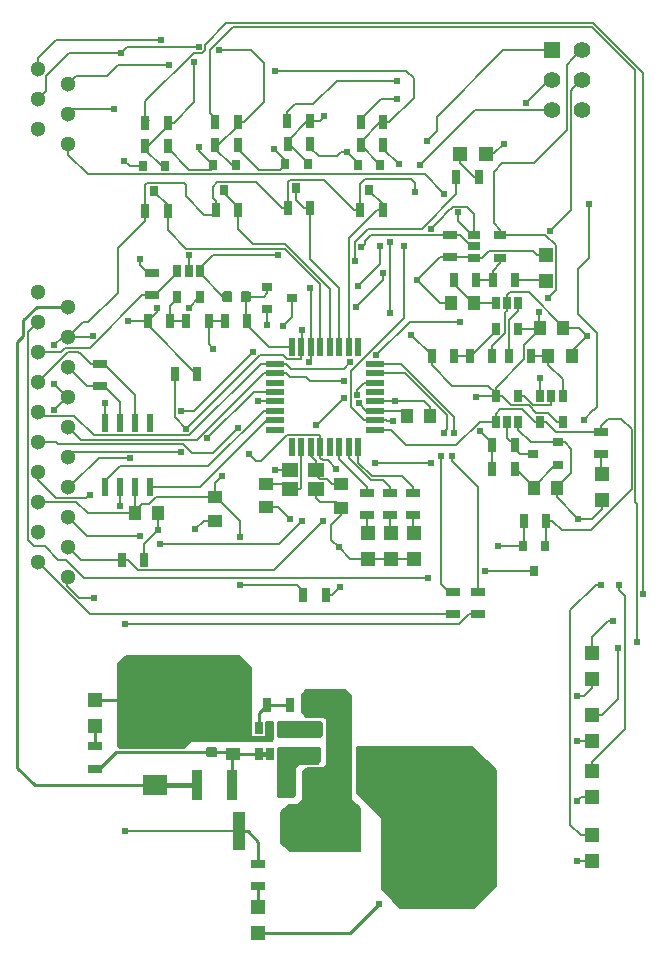
<source format=gbr>
G04 #@! TF.GenerationSoftware,KiCad,Pcbnew,5.0.2-bee76a0~70~ubuntu18.04.1*
G04 #@! TF.CreationDate,2019-04-27T20:52:58-04:00*
G04 #@! TF.ProjectId,Brakelight_Shutdown_BSPD,4272616b-656c-4696-9768-745f53687574,rev?*
G04 #@! TF.SameCoordinates,Original*
G04 #@! TF.FileFunction,Copper,L1,Top*
G04 #@! TF.FilePolarity,Positive*
%FSLAX46Y46*%
G04 Gerber Fmt 4.6, Leading zero omitted, Abs format (unit mm)*
G04 Created by KiCad (PCBNEW 5.0.2-bee76a0~70~ubuntu18.04.1) date Sat 27 Apr 2019 08:52:58 PM EDT*
%MOMM*%
%LPD*%
G01*
G04 APERTURE LIST*
G04 #@! TA.AperFunction,SMDPad,CuDef*
%ADD10R,0.800000X0.900000*%
G04 #@! TD*
G04 #@! TA.AperFunction,SMDPad,CuDef*
%ADD11R,0.700000X1.300000*%
G04 #@! TD*
G04 #@! TA.AperFunction,SMDPad,CuDef*
%ADD12R,1.400000X1.200000*%
G04 #@! TD*
G04 #@! TA.AperFunction,SMDPad,CuDef*
%ADD13R,1.250000X1.000000*%
G04 #@! TD*
G04 #@! TA.AperFunction,SMDPad,CuDef*
%ADD14R,1.000000X1.250000*%
G04 #@! TD*
G04 #@! TA.AperFunction,SMDPad,CuDef*
%ADD15R,1.200000X1.200000*%
G04 #@! TD*
G04 #@! TA.AperFunction,SMDPad,CuDef*
%ADD16R,1.600000X0.550000*%
G04 #@! TD*
G04 #@! TA.AperFunction,SMDPad,CuDef*
%ADD17R,0.550000X1.600000*%
G04 #@! TD*
G04 #@! TA.AperFunction,ComponentPad*
%ADD18C,1.300000*%
G04 #@! TD*
G04 #@! TA.AperFunction,ComponentPad*
%ADD19R,1.400000X1.400000*%
G04 #@! TD*
G04 #@! TA.AperFunction,ComponentPad*
%ADD20C,1.400000*%
G04 #@! TD*
G04 #@! TA.AperFunction,SMDPad,CuDef*
%ADD21R,0.900000X0.800000*%
G04 #@! TD*
G04 #@! TA.AperFunction,SMDPad,CuDef*
%ADD22R,1.300000X0.700000*%
G04 #@! TD*
G04 #@! TA.AperFunction,Conductor*
%ADD23C,0.100000*%
G04 #@! TD*
G04 #@! TA.AperFunction,SMDPad,CuDef*
%ADD24C,0.875000*%
G04 #@! TD*
G04 #@! TA.AperFunction,SMDPad,CuDef*
%ADD25R,1.060000X0.650000*%
G04 #@! TD*
G04 #@! TA.AperFunction,SMDPad,CuDef*
%ADD26R,0.650000X1.060000*%
G04 #@! TD*
G04 #@! TA.AperFunction,SMDPad,CuDef*
%ADD27R,0.600000X1.550000*%
G04 #@! TD*
G04 #@! TA.AperFunction,SMDPad,CuDef*
%ADD28R,1.780000X3.500000*%
G04 #@! TD*
G04 #@! TA.AperFunction,SMDPad,CuDef*
%ADD29R,0.900000X2.500000*%
G04 #@! TD*
G04 #@! TA.AperFunction,SMDPad,CuDef*
%ADD30R,1.200000X2.000000*%
G04 #@! TD*
G04 #@! TA.AperFunction,SMDPad,CuDef*
%ADD31R,1.000000X3.200000*%
G04 #@! TD*
G04 #@! TA.AperFunction,SMDPad,CuDef*
%ADD32R,1.000000X1.600000*%
G04 #@! TD*
G04 #@! TA.AperFunction,SMDPad,CuDef*
%ADD33R,2.159000X1.778000*%
G04 #@! TD*
G04 #@! TA.AperFunction,ViaPad*
%ADD34C,0.609600*%
G04 #@! TD*
G04 #@! TA.AperFunction,ViaPad*
%ADD35C,0.800000*%
G04 #@! TD*
G04 #@! TA.AperFunction,Conductor*
%ADD36C,0.152400*%
G04 #@! TD*
G04 #@! TA.AperFunction,Conductor*
%ADD37C,0.250000*%
G04 #@! TD*
G04 #@! TA.AperFunction,Conductor*
%ADD38C,0.381000*%
G04 #@! TD*
G04 #@! TA.AperFunction,Conductor*
%ADD39C,0.254000*%
G04 #@! TD*
G04 APERTURE END LIST*
D10*
G04 #@! TO.P,Q7,3*
G04 #@! TO.N,/SS_TSMS_Pin*
X184546200Y-62450400D03*
G04 #@! TO.P,Q7,2*
G04 #@! TO.N,GND*
X183596200Y-60350400D03*
G04 #@! TO.P,Q7,1*
G04 #@! TO.N,/Shutdown_Sense_TSMS*
X185496200Y-60350400D03*
G04 #@! TD*
D11*
G04 #@! TO.P,R1,1*
G04 #@! TO.N,VCC*
X185115200Y-96875600D03*
G04 #@! TO.P,R1,2*
G04 #@! TO.N,Net-(C2-Pad1)*
X187015200Y-96875600D03*
G04 #@! TD*
D12*
G04 #@! TO.P,Y1,1*
G04 #@! TO.N,Net-(C3-Pad1)*
X186184900Y-86309200D03*
G04 #@! TO.P,Y1,2*
G04 #@! TO.N,GND*
X183984900Y-86309200D03*
G04 #@! TO.P,Y1,3*
G04 #@! TO.N,Net-(C4-Pad1)*
X183984900Y-87909200D03*
G04 #@! TO.P,Y1,4*
G04 #@! TO.N,GND*
X186184900Y-87909200D03*
G04 #@! TD*
D13*
G04 #@! TO.P,C1,2*
G04 #@! TO.N,GND*
X177647600Y-90576400D03*
G04 #@! TO.P,C1,1*
G04 #@! TO.N,VCC*
X177647600Y-88576400D03*
G04 #@! TD*
D14*
G04 #@! TO.P,C2,1*
G04 #@! TO.N,Net-(C2-Pad1)*
X193878200Y-81737200D03*
G04 #@! TO.P,C2,2*
G04 #@! TO.N,GND*
X195878200Y-81737200D03*
G04 #@! TD*
D13*
G04 #@! TO.P,C3,2*
G04 #@! TO.N,GND*
X188302900Y-89484200D03*
G04 #@! TO.P,C3,1*
G04 #@! TO.N,Net-(C3-Pad1)*
X188302900Y-87484200D03*
G04 #@! TD*
G04 #@! TO.P,C4,2*
G04 #@! TO.N,GND*
X181952900Y-89452200D03*
G04 #@! TO.P,C4,1*
G04 #@! TO.N,Net-(C4-Pad1)*
X181952900Y-87452200D03*
G04 #@! TD*
D14*
G04 #@! TO.P,C5,1*
G04 #@! TO.N,Net-(C5-Pad1)*
X199602600Y-72161400D03*
G04 #@! TO.P,C5,2*
G04 #@! TO.N,GND*
X197602600Y-72161400D03*
G04 #@! TD*
G04 #@! TO.P,C6,1*
G04 #@! TO.N,Net-(C6-Pad1)*
X204622400Y-87833200D03*
G04 #@! TO.P,C6,2*
G04 #@! TO.N,GND*
X206622400Y-87833200D03*
G04 #@! TD*
G04 #@! TO.P,C8,2*
G04 #@! TO.N,GND*
X207130400Y-74269600D03*
G04 #@! TO.P,C8,1*
G04 #@! TO.N,VCC*
X205130400Y-74269600D03*
G04 #@! TD*
G04 #@! TO.P,C9,1*
G04 #@! TO.N,VCC*
X170840400Y-89966800D03*
G04 #@! TO.P,C9,2*
G04 #@! TO.N,GND*
X172840400Y-89966800D03*
G04 #@! TD*
G04 #@! TO.P,C10,1*
G04 #@! TO.N,Net-(C10-Pad1)*
X205883000Y-76631800D03*
G04 #@! TO.P,C10,2*
G04 #@! TO.N,GND*
X207883000Y-76631800D03*
G04 #@! TD*
D15*
G04 #@! TO.P,D1,1*
G04 #@! TO.N,GND*
X205663800Y-68056400D03*
G04 #@! TO.P,D1,2*
G04 #@! TO.N,Net-(D1-Pad2)*
X205663800Y-70256400D03*
G04 #@! TD*
G04 #@! TO.P,D4,1*
G04 #@! TO.N,GND*
X210388200Y-88857000D03*
G04 #@! TO.P,D4,2*
G04 #@! TO.N,Net-(D4-Pad2)*
X210388200Y-86657000D03*
G04 #@! TD*
G04 #@! TO.P,D5,2*
G04 #@! TO.N,Net-(D5-Pad2)*
X194462400Y-91622700D03*
G04 #@! TO.P,D5,1*
G04 #@! TO.N,GND*
X194462400Y-93822700D03*
G04 #@! TD*
G04 #@! TO.P,D7,2*
G04 #@! TO.N,Net-(D7-Pad2)*
X209550000Y-101770000D03*
G04 #@! TO.P,D7,1*
G04 #@! TO.N,GND*
X209550000Y-103970000D03*
G04 #@! TD*
G04 #@! TO.P,D8,1*
G04 #@! TO.N,GND*
X209550000Y-119380000D03*
G04 #@! TO.P,D8,2*
G04 #@! TO.N,Net-(D8-Pad2)*
X209550000Y-117180000D03*
G04 #@! TD*
G04 #@! TO.P,D9,2*
G04 #@! TO.N,Net-(D9-Pad2)*
X209550000Y-107020000D03*
G04 #@! TO.P,D9,1*
G04 #@! TO.N,GND*
X209550000Y-109220000D03*
G04 #@! TD*
G04 #@! TO.P,D10,2*
G04 #@! TO.N,Net-(D10-Pad2)*
X209550000Y-111760000D03*
G04 #@! TO.P,D10,1*
G04 #@! TO.N,GND*
X209550000Y-113960000D03*
G04 #@! TD*
G04 #@! TO.P,D12,1*
G04 #@! TO.N,GND*
X192557400Y-93843200D03*
G04 #@! TO.P,D12,2*
G04 #@! TO.N,Net-(D12-Pad2)*
X192557400Y-91643200D03*
G04 #@! TD*
G04 #@! TO.P,D13,2*
G04 #@! TO.N,Net-(D13-Pad2)*
X190588900Y-91643200D03*
G04 #@! TO.P,D13,1*
G04 #@! TO.N,GND*
X190588900Y-93843200D03*
G04 #@! TD*
D16*
G04 #@! TO.P,IC1,1*
G04 #@! TO.N,/MISO*
X182719400Y-77286200D03*
G04 #@! TO.P,IC1,2*
G04 #@! TO.N,/MOSI*
X182719400Y-78086200D03*
G04 #@! TO.P,IC1,3*
G04 #@! TO.N,Net-(IC1-Pad3)*
X182719400Y-78886200D03*
G04 #@! TO.P,IC1,4*
G04 #@! TO.N,VCC*
X182719400Y-79686200D03*
G04 #@! TO.P,IC1,5*
G04 #@! TO.N,GND*
X182719400Y-80486200D03*
G04 #@! TO.P,IC1,6*
G04 #@! TO.N,/TXCAN*
X182719400Y-81286200D03*
G04 #@! TO.P,IC1,7*
G04 #@! TO.N,/RXCAN*
X182719400Y-82086200D03*
G04 #@! TO.P,IC1,8*
G04 #@! TO.N,Net-(IC1-Pad8)*
X182719400Y-82886200D03*
D17*
G04 #@! TO.P,IC1,9*
G04 #@! TO.N,Net-(IC1-Pad9)*
X184169400Y-84336200D03*
G04 #@! TO.P,IC1,10*
G04 #@! TO.N,Net-(C4-Pad1)*
X184969400Y-84336200D03*
G04 #@! TO.P,IC1,11*
G04 #@! TO.N,Net-(C3-Pad1)*
X185769400Y-84336200D03*
G04 #@! TO.P,IC1,12*
G04 #@! TO.N,/SCK*
X186569400Y-84336200D03*
G04 #@! TO.P,IC1,13*
G04 #@! TO.N,Net-(IC1-Pad13)*
X187369400Y-84336200D03*
G04 #@! TO.P,IC1,14*
G04 #@! TO.N,/LED_1*
X188169400Y-84336200D03*
G04 #@! TO.P,IC1,15*
G04 #@! TO.N,/LED_2*
X188969400Y-84336200D03*
G04 #@! TO.P,IC1,16*
G04 #@! TO.N,/LED_3*
X189769400Y-84336200D03*
D16*
G04 #@! TO.P,IC1,17*
G04 #@! TO.N,/BSPD_Relay_Sense*
X191219400Y-82886200D03*
G04 #@! TO.P,IC1,18*
G04 #@! TO.N,/BSPD_Current_Sense*
X191219400Y-82086200D03*
G04 #@! TO.P,IC1,19*
G04 #@! TO.N,Net-(C2-Pad1)*
X191219400Y-81286200D03*
G04 #@! TO.P,IC1,20*
G04 #@! TO.N,GND*
X191219400Y-80486200D03*
G04 #@! TO.P,IC1,21*
G04 #@! TO.N,Net-(IC1-Pad21)*
X191219400Y-79686200D03*
G04 #@! TO.P,IC1,22*
G04 #@! TO.N,/Brake_Pressure_Sense*
X191219400Y-78886200D03*
G04 #@! TO.P,IC1,23*
G04 #@! TO.N,Net-(IC1-Pad23)*
X191219400Y-78086200D03*
G04 #@! TO.P,IC1,24*
G04 #@! TO.N,Net-(IC1-Pad24)*
X191219400Y-77286200D03*
D17*
G04 #@! TO.P,IC1,25*
G04 #@! TO.N,Net-(IC1-Pad25)*
X189769400Y-75836200D03*
G04 #@! TO.P,IC1,26*
G04 #@! TO.N,/SS_E-Stop_Pin*
X188969400Y-75836200D03*
G04 #@! TO.P,IC1,27*
G04 #@! TO.N,/SS_TSMS_Pin*
X188169400Y-75836200D03*
G04 #@! TO.P,IC1,28*
G04 #@! TO.N,/SS_BSPD_Pin*
X187369400Y-75836200D03*
G04 #@! TO.P,IC1,29*
G04 #@! TO.N,/SS_Main_Shutdown_Pin*
X186569400Y-75836200D03*
G04 #@! TO.P,IC1,30*
G04 #@! TO.N,/Cooling_Pump_LSD*
X185769400Y-75836200D03*
G04 #@! TO.P,IC1,31*
G04 #@! TO.N,/RESET*
X184969400Y-75836200D03*
G04 #@! TO.P,IC1,32*
G04 #@! TO.N,/Brakelight_Gate*
X184169400Y-75836200D03*
G04 #@! TD*
D18*
G04 #@! TO.P,J1,5*
G04 #@! TO.N,/Cooling_Pressure_Sense*
X162661600Y-57404000D03*
G04 #@! TO.P,J1,3*
G04 #@! TO.N,/Shutdown_Sense_BSPD*
X162661600Y-54864000D03*
G04 #@! TO.P,J1,1*
G04 #@! TO.N,/Shutdown_Sense_GLVMS*
X162661600Y-52324000D03*
G04 #@! TO.P,J1,2*
G04 #@! TO.N,/Shutdown_Sense_Estop*
X165201600Y-53594000D03*
G04 #@! TO.P,J1,4*
G04 #@! TO.N,/Shutdown_Sense_TSMS*
X165201600Y-56134000D03*
G04 #@! TO.P,J1,6*
G04 #@! TO.N,/BSPD_Current_Sense*
X165201600Y-58674000D03*
G04 #@! TD*
G04 #@! TO.P,J2,5*
G04 #@! TO.N,/Brake_Switch-*
X162661600Y-76301600D03*
G04 #@! TO.P,J2,3*
G04 #@! TO.N,/BSPD_Relay*
X162661600Y-73761600D03*
G04 #@! TO.P,J2,1*
G04 #@! TO.N,GND*
X162661600Y-71221600D03*
G04 #@! TO.P,J2,7*
G04 #@! TO.N,/CAN_low*
X162661600Y-78841600D03*
G04 #@! TO.P,J2,2*
G04 #@! TO.N,+12V*
X165201600Y-72491600D03*
G04 #@! TO.P,J2,4*
G04 #@! TO.N,VCC*
X165201600Y-75031600D03*
G04 #@! TO.P,J2,6*
G04 #@! TO.N,/CAN_high*
X165201600Y-77571600D03*
G04 #@! TO.P,J2,8*
G04 #@! TO.N,VCC*
X165201600Y-80111600D03*
G04 #@! TO.P,J2,9*
G04 #@! TO.N,/MISO*
X162661600Y-81381600D03*
G04 #@! TO.P,J2,10*
G04 #@! TO.N,/MOSI*
X165201600Y-82651600D03*
G04 #@! TO.P,J2,11*
G04 #@! TO.N,/SCK*
X162661600Y-83921600D03*
G04 #@! TO.P,J2,12*
G04 #@! TO.N,/RESET*
X165201600Y-85191600D03*
G04 #@! TO.P,J2,13*
G04 #@! TO.N,/Cooling_Pump_LSD*
X162661600Y-86461600D03*
G04 #@! TO.P,J2,14*
G04 #@! TO.N,/Brakelight_LSD*
X165201600Y-87731600D03*
G04 #@! TO.P,J2,15*
G04 #@! TO.N,VCC*
X162661600Y-89001600D03*
G04 #@! TO.P,J2,16*
G04 #@! TO.N,/Brake_Pressure_Sense*
X165201600Y-90271600D03*
G04 #@! TO.P,J2,17*
G04 #@! TO.N,GND*
X162661600Y-91541600D03*
G04 #@! TO.P,J2,18*
G04 #@! TO.N,/BSPD_Current_Sense*
X165201600Y-92811600D03*
G04 #@! TO.P,J2,19*
G04 #@! TO.N,/RJ45_LED1*
X162661600Y-94081600D03*
G04 #@! TO.P,J2,20*
G04 #@! TO.N,/RJ45_LED2*
X165201600Y-95351600D03*
G04 #@! TD*
D19*
G04 #@! TO.P,J3,1*
G04 #@! TO.N,/MISO*
X206146400Y-50749200D03*
D20*
G04 #@! TO.P,J3,2*
G04 #@! TO.N,VCC*
X208686400Y-50749200D03*
G04 #@! TO.P,J3,3*
G04 #@! TO.N,/SCK*
X206146400Y-53289200D03*
G04 #@! TO.P,J3,4*
G04 #@! TO.N,/MOSI*
X208686400Y-53289200D03*
G04 #@! TO.P,J3,5*
G04 #@! TO.N,/RESET*
X206146400Y-55829200D03*
G04 #@! TO.P,J3,6*
G04 #@! TO.N,GND*
X208686400Y-55829200D03*
G04 #@! TD*
D21*
G04 #@! TO.P,Q1,3*
G04 #@! TO.N,Net-(Q1-Pad3)*
X204597000Y-84912200D03*
G04 #@! TO.P,Q1,2*
G04 #@! TO.N,GND*
X206697000Y-83962200D03*
G04 #@! TO.P,Q1,1*
G04 #@! TO.N,Net-(C6-Pad1)*
X206697000Y-85862200D03*
G04 #@! TD*
D10*
G04 #@! TO.P,Q2,3*
G04 #@! TO.N,/BSPD_Relay*
X204637600Y-94860800D03*
G04 #@! TO.P,Q2,2*
G04 #@! TO.N,GND*
X203687600Y-92760800D03*
G04 #@! TO.P,Q2,1*
G04 #@! TO.N,/BSPD_Relay_Sense*
X205587600Y-92760800D03*
G04 #@! TD*
G04 #@! TO.P,Q3,1*
G04 #@! TO.N,/Shutdown_Sense_GLVMS*
X173443551Y-60587171D03*
G04 #@! TO.P,Q3,2*
G04 #@! TO.N,GND*
X171543551Y-60587171D03*
G04 #@! TO.P,Q3,3*
G04 #@! TO.N,/SS_Main_Shutdown_Pin*
X172493551Y-62687171D03*
G04 #@! TD*
G04 #@! TO.P,Q4,1*
G04 #@! TO.N,/Shutdown_Sense_Estop*
X191653200Y-60485600D03*
G04 #@! TO.P,Q4,2*
G04 #@! TO.N,GND*
X189753200Y-60485600D03*
G04 #@! TO.P,Q4,3*
G04 #@! TO.N,/SS_E-Stop_Pin*
X190703200Y-62585600D03*
G04 #@! TD*
G04 #@! TO.P,Q5,1*
G04 #@! TO.N,/Shutdown_Sense_BSPD*
X179385000Y-60485600D03*
G04 #@! TO.P,Q5,2*
G04 #@! TO.N,GND*
X177485000Y-60485600D03*
G04 #@! TO.P,Q5,3*
G04 #@! TO.N,/SS_BSPD_Pin*
X178435000Y-62585600D03*
G04 #@! TD*
D21*
G04 #@! TO.P,Q6,1*
G04 #@! TO.N,/Brakelight_Gate*
X182075400Y-70779600D03*
G04 #@! TO.P,Q6,2*
G04 #@! TO.N,GND*
X182075400Y-72679600D03*
G04 #@! TO.P,Q6,3*
G04 #@! TO.N,/Brakelight_LSD*
X184175400Y-71729600D03*
G04 #@! TD*
D22*
G04 #@! TO.P,R2,2*
G04 #@! TO.N,GND*
X197586600Y-68285400D03*
G04 #@! TO.P,R2,1*
G04 #@! TO.N,/Brake_Switch_Pressed*
X197586600Y-66385400D03*
G04 #@! TD*
D11*
G04 #@! TO.P,R3,2*
G04 #@! TO.N,/RESET*
X174233800Y-78130400D03*
G04 #@! TO.P,R3,1*
G04 #@! TO.N,VCC*
X176133800Y-78130400D03*
G04 #@! TD*
G04 #@! TO.P,R4,1*
G04 #@! TO.N,GND*
X171653200Y-93903800D03*
G04 #@! TO.P,R4,2*
G04 #@! TO.N,/BSPD_Current_Sense*
X169753200Y-93903800D03*
G04 #@! TD*
G04 #@! TO.P,R5,2*
G04 #@! TO.N,Net-(D1-Pad2)*
X203047600Y-70231000D03*
G04 #@! TO.P,R5,1*
G04 #@! TO.N,Net-(R5-Pad1)*
X201147600Y-70231000D03*
G04 #@! TD*
G04 #@! TO.P,R6,1*
G04 #@! TO.N,VCC*
X201122200Y-86182200D03*
G04 #@! TO.P,R6,2*
G04 #@! TO.N,Net-(C6-Pad1)*
X203022200Y-86182200D03*
G04 #@! TD*
G04 #@! TO.P,R7,1*
G04 #@! TO.N,Net-(R5-Pad1)*
X199771000Y-70231000D03*
G04 #@! TO.P,R7,2*
G04 #@! TO.N,Net-(C5-Pad1)*
X197871000Y-70231000D03*
G04 #@! TD*
G04 #@! TO.P,R8,1*
G04 #@! TO.N,VCC*
X196016800Y-76606400D03*
G04 #@! TO.P,R8,2*
G04 #@! TO.N,Net-(R11-Pad1)*
X197916800Y-76606400D03*
G04 #@! TD*
G04 #@! TO.P,R9,2*
G04 #@! TO.N,VCC*
X201122200Y-84175600D03*
G04 #@! TO.P,R9,1*
G04 #@! TO.N,Net-(Q1-Pad3)*
X203022200Y-84175600D03*
G04 #@! TD*
G04 #@! TO.P,R11,2*
G04 #@! TO.N,GND*
X201127400Y-76606400D03*
G04 #@! TO.P,R11,1*
G04 #@! TO.N,Net-(R11-Pad1)*
X199227400Y-76606400D03*
G04 #@! TD*
G04 #@! TO.P,R13,1*
G04 #@! TO.N,Net-(C10-Pad1)*
X204429400Y-76631800D03*
G04 #@! TO.P,R13,2*
G04 #@! TO.N,Net-(R13-Pad2)*
X202529400Y-76631800D03*
G04 #@! TD*
D22*
G04 #@! TO.P,R14,1*
G04 #@! TO.N,/CAN_high*
X167919400Y-79194700D03*
G04 #@! TO.P,R14,2*
G04 #@! TO.N,/CAN_low*
X167919400Y-77294700D03*
G04 #@! TD*
G04 #@! TO.P,R17,2*
G04 #@! TO.N,Net-(D4-Pad2)*
X210362800Y-84937600D03*
G04 #@! TO.P,R17,1*
G04 #@! TO.N,/BSPD_Relay_Sense*
X210362800Y-83037600D03*
G04 #@! TD*
D11*
G04 #@! TO.P,R18,2*
G04 #@! TO.N,GND*
X203809600Y-90576400D03*
G04 #@! TO.P,R18,1*
G04 #@! TO.N,/BSPD_Relay_Sense*
X205709600Y-90576400D03*
G04 #@! TD*
G04 #@! TO.P,R21,1*
G04 #@! TO.N,/Shutdown_Sense_GLVMS*
X173661951Y-56891471D03*
G04 #@! TO.P,R21,2*
G04 #@! TO.N,Net-(D7-Pad2)*
X171761951Y-56891471D03*
G04 #@! TD*
G04 #@! TO.P,R22,2*
G04 #@! TO.N,GND*
X173661951Y-58885371D03*
G04 #@! TO.P,R22,1*
G04 #@! TO.N,/Shutdown_Sense_GLVMS*
X171761951Y-58885371D03*
G04 #@! TD*
G04 #@! TO.P,R23,1*
G04 #@! TO.N,VCC*
X171749251Y-64384471D03*
G04 #@! TO.P,R23,2*
G04 #@! TO.N,/SS_Main_Shutdown_Pin*
X173649251Y-64384471D03*
G04 #@! TD*
G04 #@! TO.P,R24,2*
G04 #@! TO.N,VCC*
X171963000Y-73710800D03*
G04 #@! TO.P,R24,1*
G04 #@! TO.N,Net-(R24-Pad1)*
X173863000Y-73710800D03*
G04 #@! TD*
D22*
G04 #@! TO.P,R25,2*
G04 #@! TO.N,/Brake_Switch-*
X172288200Y-71511200D03*
G04 #@! TO.P,R25,1*
G04 #@! TO.N,GND*
X172288200Y-69611200D03*
G04 #@! TD*
D11*
G04 #@! TO.P,R26,2*
G04 #@! TO.N,Net-(D8-Pad2)*
X189992000Y-56845200D03*
G04 #@! TO.P,R26,1*
G04 #@! TO.N,/Shutdown_Sense_Estop*
X191892000Y-56845200D03*
G04 #@! TD*
G04 #@! TO.P,R27,1*
G04 #@! TO.N,GND*
X177134600Y-73710800D03*
G04 #@! TO.P,R27,2*
G04 #@! TO.N,Net-(R24-Pad1)*
X175234600Y-73710800D03*
G04 #@! TD*
G04 #@! TO.P,R28,2*
G04 #@! TO.N,Net-(D9-Pad2)*
X177688200Y-56845200D03*
G04 #@! TO.P,R28,1*
G04 #@! TO.N,/Shutdown_Sense_BSPD*
X179588200Y-56845200D03*
G04 #@! TD*
G04 #@! TO.P,R29,1*
G04 #@! TO.N,/Shutdown_Sense_Estop*
X189981800Y-58801000D03*
G04 #@! TO.P,R29,2*
G04 #@! TO.N,GND*
X191881800Y-58801000D03*
G04 #@! TD*
G04 #@! TO.P,R30,1*
G04 #@! TO.N,/Shutdown_Sense_BSPD*
X177688200Y-58801000D03*
G04 #@! TO.P,R30,2*
G04 #@! TO.N,GND*
X179588200Y-58801000D03*
G04 #@! TD*
G04 #@! TO.P,R31,1*
G04 #@! TO.N,VCC*
X189946200Y-64312800D03*
G04 #@! TO.P,R31,2*
G04 #@! TO.N,/SS_E-Stop_Pin*
X191846200Y-64312800D03*
G04 #@! TD*
G04 #@! TO.P,R32,2*
G04 #@! TO.N,/SS_BSPD_Pin*
X179613600Y-64312800D03*
G04 #@! TO.P,R32,1*
G04 #@! TO.N,VCC*
X177713600Y-64312800D03*
G04 #@! TD*
D23*
G04 #@! TO.N,/Brakelight_Gate*
G04 #@! TO.C,R33*
G36*
X180503991Y-71154053D02*
X180525226Y-71157203D01*
X180546050Y-71162419D01*
X180566262Y-71169651D01*
X180585668Y-71178830D01*
X180604081Y-71189866D01*
X180621324Y-71202654D01*
X180637230Y-71217070D01*
X180651646Y-71232976D01*
X180664434Y-71250219D01*
X180675470Y-71268632D01*
X180684649Y-71288038D01*
X180691881Y-71308250D01*
X180697097Y-71329074D01*
X180700247Y-71350309D01*
X180701300Y-71371750D01*
X180701300Y-71884250D01*
X180700247Y-71905691D01*
X180697097Y-71926926D01*
X180691881Y-71947750D01*
X180684649Y-71967962D01*
X180675470Y-71987368D01*
X180664434Y-72005781D01*
X180651646Y-72023024D01*
X180637230Y-72038930D01*
X180621324Y-72053346D01*
X180604081Y-72066134D01*
X180585668Y-72077170D01*
X180566262Y-72086349D01*
X180546050Y-72093581D01*
X180525226Y-72098797D01*
X180503991Y-72101947D01*
X180482550Y-72103000D01*
X180045050Y-72103000D01*
X180023609Y-72101947D01*
X180002374Y-72098797D01*
X179981550Y-72093581D01*
X179961338Y-72086349D01*
X179941932Y-72077170D01*
X179923519Y-72066134D01*
X179906276Y-72053346D01*
X179890370Y-72038930D01*
X179875954Y-72023024D01*
X179863166Y-72005781D01*
X179852130Y-71987368D01*
X179842951Y-71967962D01*
X179835719Y-71947750D01*
X179830503Y-71926926D01*
X179827353Y-71905691D01*
X179826300Y-71884250D01*
X179826300Y-71371750D01*
X179827353Y-71350309D01*
X179830503Y-71329074D01*
X179835719Y-71308250D01*
X179842951Y-71288038D01*
X179852130Y-71268632D01*
X179863166Y-71250219D01*
X179875954Y-71232976D01*
X179890370Y-71217070D01*
X179906276Y-71202654D01*
X179923519Y-71189866D01*
X179941932Y-71178830D01*
X179961338Y-71169651D01*
X179981550Y-71162419D01*
X180002374Y-71157203D01*
X180023609Y-71154053D01*
X180045050Y-71153000D01*
X180482550Y-71153000D01*
X180503991Y-71154053D01*
X180503991Y-71154053D01*
G37*
D24*
G04 #@! TD*
G04 #@! TO.P,R33,1*
G04 #@! TO.N,/Brakelight_Gate*
X180263800Y-71628000D03*
D23*
G04 #@! TO.N,/Brake_Switch_Pressed*
G04 #@! TO.C,R33*
G36*
X178928991Y-71154053D02*
X178950226Y-71157203D01*
X178971050Y-71162419D01*
X178991262Y-71169651D01*
X179010668Y-71178830D01*
X179029081Y-71189866D01*
X179046324Y-71202654D01*
X179062230Y-71217070D01*
X179076646Y-71232976D01*
X179089434Y-71250219D01*
X179100470Y-71268632D01*
X179109649Y-71288038D01*
X179116881Y-71308250D01*
X179122097Y-71329074D01*
X179125247Y-71350309D01*
X179126300Y-71371750D01*
X179126300Y-71884250D01*
X179125247Y-71905691D01*
X179122097Y-71926926D01*
X179116881Y-71947750D01*
X179109649Y-71967962D01*
X179100470Y-71987368D01*
X179089434Y-72005781D01*
X179076646Y-72023024D01*
X179062230Y-72038930D01*
X179046324Y-72053346D01*
X179029081Y-72066134D01*
X179010668Y-72077170D01*
X178991262Y-72086349D01*
X178971050Y-72093581D01*
X178950226Y-72098797D01*
X178928991Y-72101947D01*
X178907550Y-72103000D01*
X178470050Y-72103000D01*
X178448609Y-72101947D01*
X178427374Y-72098797D01*
X178406550Y-72093581D01*
X178386338Y-72086349D01*
X178366932Y-72077170D01*
X178348519Y-72066134D01*
X178331276Y-72053346D01*
X178315370Y-72038930D01*
X178300954Y-72023024D01*
X178288166Y-72005781D01*
X178277130Y-71987368D01*
X178267951Y-71967962D01*
X178260719Y-71947750D01*
X178255503Y-71926926D01*
X178252353Y-71905691D01*
X178251300Y-71884250D01*
X178251300Y-71371750D01*
X178252353Y-71350309D01*
X178255503Y-71329074D01*
X178260719Y-71308250D01*
X178267951Y-71288038D01*
X178277130Y-71268632D01*
X178288166Y-71250219D01*
X178300954Y-71232976D01*
X178315370Y-71217070D01*
X178331276Y-71202654D01*
X178348519Y-71189866D01*
X178366932Y-71178830D01*
X178386338Y-71169651D01*
X178406550Y-71162419D01*
X178427374Y-71157203D01*
X178448609Y-71154053D01*
X178470050Y-71153000D01*
X178907550Y-71153000D01*
X178928991Y-71154053D01*
X178928991Y-71154053D01*
G37*
D24*
G04 #@! TD*
G04 #@! TO.P,R33,2*
G04 #@! TO.N,/Brake_Switch_Pressed*
X178688800Y-71628000D03*
D11*
G04 #@! TO.P,R34,1*
G04 #@! TO.N,/Brakelight_Gate*
X180365400Y-73710800D03*
G04 #@! TO.P,R34,2*
G04 #@! TO.N,GND*
X178465400Y-73710800D03*
G04 #@! TD*
G04 #@! TO.P,R35,1*
G04 #@! TO.N,/Shutdown_Sense_TSMS*
X185674000Y-56743600D03*
G04 #@! TO.P,R35,2*
G04 #@! TO.N,Net-(D10-Pad2)*
X183774000Y-56743600D03*
G04 #@! TD*
G04 #@! TO.P,R37,2*
G04 #@! TO.N,GND*
X185699400Y-58699400D03*
G04 #@! TO.P,R37,1*
G04 #@! TO.N,/Shutdown_Sense_TSMS*
X183799400Y-58699400D03*
G04 #@! TD*
G04 #@! TO.P,R39,1*
G04 #@! TO.N,VCC*
X183824800Y-64109600D03*
G04 #@! TO.P,R39,2*
G04 #@! TO.N,/SS_TSMS_Pin*
X185724800Y-64109600D03*
G04 #@! TD*
D22*
G04 #@! TO.P,R41,1*
G04 #@! TO.N,/RJ45_LED1*
X197764400Y-98511400D03*
G04 #@! TO.P,R41,2*
G04 #@! TO.N,Net-(IC1-Pad23)*
X197764400Y-96611400D03*
G04 #@! TD*
G04 #@! TO.P,R42,2*
G04 #@! TO.N,/RJ45_LED2*
X199948800Y-98496200D03*
G04 #@! TO.P,R42,1*
G04 #@! TO.N,Net-(IC1-Pad24)*
X199948800Y-96596200D03*
G04 #@! TD*
G04 #@! TO.P,R44,2*
G04 #@! TO.N,Net-(D5-Pad2)*
X194398900Y-90116700D03*
G04 #@! TO.P,R44,1*
G04 #@! TO.N,/LED_3*
X194398900Y-88216700D03*
G04 #@! TD*
G04 #@! TO.P,R45,1*
G04 #@! TO.N,/LED_2*
X192493900Y-88219200D03*
G04 #@! TO.P,R45,2*
G04 #@! TO.N,Net-(D12-Pad2)*
X192493900Y-90119200D03*
G04 #@! TD*
G04 #@! TO.P,R46,2*
G04 #@! TO.N,Net-(D13-Pad2)*
X190525400Y-90119200D03*
G04 #@! TO.P,R46,1*
G04 #@! TO.N,/LED_1*
X190525400Y-88219200D03*
G04 #@! TD*
D25*
G04 #@! TO.P,U1,5*
G04 #@! TO.N,VCC*
X201810800Y-66410800D03*
G04 #@! TO.P,U1,4*
G04 #@! TO.N,Net-(R5-Pad1)*
X201810800Y-68310800D03*
G04 #@! TO.P,U1,3*
G04 #@! TO.N,GND*
X199610800Y-68310800D03*
G04 #@! TO.P,U1,2*
G04 #@! TO.N,/Brake_Switch_Pressed*
X199610800Y-67360800D03*
G04 #@! TO.P,U1,1*
G04 #@! TO.N,/BSPD_Current_Sense*
X199610800Y-66410800D03*
G04 #@! TD*
D26*
G04 #@! TO.P,U2,1*
G04 #@! TO.N,Net-(R13-Pad2)*
X203311800Y-72128200D03*
G04 #@! TO.P,U2,2*
G04 #@! TO.N,GND*
X202361800Y-72128200D03*
G04 #@! TO.P,U2,3*
G04 #@! TO.N,Net-(C5-Pad1)*
X201411800Y-72128200D03*
G04 #@! TO.P,U2,4*
G04 #@! TO.N,Net-(R11-Pad1)*
X201411800Y-74328200D03*
G04 #@! TO.P,U2,5*
G04 #@! TO.N,VCC*
X203311800Y-74328200D03*
G04 #@! TD*
D27*
G04 #@! TO.P,U3,1*
G04 #@! TO.N,/TXCAN*
X168300400Y-87739200D03*
G04 #@! TO.P,U3,2*
G04 #@! TO.N,GND*
X169570400Y-87739200D03*
G04 #@! TO.P,U3,3*
G04 #@! TO.N,VCC*
X170840400Y-87739200D03*
G04 #@! TO.P,U3,4*
G04 #@! TO.N,/RXCAN*
X172110400Y-87739200D03*
G04 #@! TO.P,U3,5*
G04 #@! TO.N,Net-(U3-Pad5)*
X172110400Y-82339200D03*
G04 #@! TO.P,U3,6*
G04 #@! TO.N,/CAN_low*
X170840400Y-82339200D03*
G04 #@! TO.P,U3,7*
G04 #@! TO.N,/CAN_high*
X169570400Y-82339200D03*
G04 #@! TO.P,U3,8*
G04 #@! TO.N,GND*
X168300400Y-82339200D03*
G04 #@! TD*
D26*
G04 #@! TO.P,U5,1*
G04 #@! TO.N,/BSPD_Relay_Sense*
X201437200Y-82194400D03*
G04 #@! TO.P,U5,2*
G04 #@! TO.N,Net-(Q1-Pad3)*
X202387200Y-82194400D03*
G04 #@! TO.P,U5,3*
G04 #@! TO.N,GND*
X203337200Y-82194400D03*
G04 #@! TO.P,U5,4*
G04 #@! TO.N,Net-(U5-Pad4)*
X203337200Y-79994400D03*
G04 #@! TO.P,U5,5*
G04 #@! TO.N,VCC*
X201437200Y-79994400D03*
G04 #@! TD*
G04 #@! TO.P,U6,5*
G04 #@! TO.N,VCC*
X207086200Y-82194400D03*
G04 #@! TO.P,U6,4*
G04 #@! TO.N,/BSPD_Relay_Sense*
X205186200Y-82194400D03*
G04 #@! TO.P,U6,3*
G04 #@! TO.N,GND*
X205186200Y-79994400D03*
G04 #@! TO.P,U6,2*
G04 #@! TO.N,Net-(U5-Pad4)*
X206136200Y-79994400D03*
G04 #@! TO.P,U6,1*
G04 #@! TO.N,Net-(C10-Pad1)*
X207086200Y-79994400D03*
G04 #@! TD*
G04 #@! TO.P,U7,1*
G04 #@! TO.N,/Brake_Switch_Pressed*
X176370200Y-69425600D03*
G04 #@! TO.P,U7,2*
G04 #@! TO.N,GND*
X175420200Y-69425600D03*
G04 #@! TO.P,U7,3*
G04 #@! TO.N,/Brake_Switch-*
X174470200Y-69425600D03*
G04 #@! TO.P,U7,4*
G04 #@! TO.N,Net-(R24-Pad1)*
X174470200Y-71625600D03*
G04 #@! TO.P,U7,5*
G04 #@! TO.N,VCC*
X176370200Y-71625600D03*
G04 #@! TD*
D15*
G04 #@! TO.P,D11,2*
G04 #@! TO.N,Net-(D11-Pad2)*
X198366200Y-59537600D03*
G04 #@! TO.P,D11,1*
G04 #@! TO.N,GND*
X200566200Y-59537600D03*
G04 #@! TD*
D11*
G04 #@! TO.P,R36,1*
G04 #@! TO.N,/Cooling_Pump_LSD*
X198059000Y-61518800D03*
G04 #@! TO.P,R36,2*
G04 #@! TO.N,Net-(D11-Pad2)*
X199959000Y-61518800D03*
G04 #@! TD*
D28*
G04 #@! TO.P,COUT102,1*
G04 #@! TO.N,Net-(COUT101-Pad1)*
X188455300Y-116840000D03*
G04 #@! TO.P,COUT102,2*
G04 #@! TO.N,GND*
X193735300Y-116840000D03*
G04 #@! TD*
D13*
G04 #@! TO.P,C103,2*
G04 #@! TO.N,Net-(C103-Pad2)*
X185597800Y-108220000D03*
G04 #@! TO.P,C103,1*
G04 #@! TO.N,Net-(C103-Pad1)*
X185597800Y-110220000D03*
G04 #@! TD*
G04 #@! TO.P,C102,1*
G04 #@! TO.N,Net-(C101-Pad1)*
X179184300Y-110299500D03*
G04 #@! TO.P,C102,2*
G04 #@! TO.N,GND*
X179184300Y-108299500D03*
G04 #@! TD*
D23*
G04 #@! TO.N,Net-(C101-Pad1)*
G04 #@! TO.C,C101*
G36*
X177656051Y-109741233D02*
X177677286Y-109744383D01*
X177698110Y-109749599D01*
X177718322Y-109756831D01*
X177737728Y-109766010D01*
X177756141Y-109777046D01*
X177773384Y-109789834D01*
X177789290Y-109804250D01*
X177803706Y-109820156D01*
X177816494Y-109837399D01*
X177827530Y-109855812D01*
X177836709Y-109875218D01*
X177843941Y-109895430D01*
X177849157Y-109916254D01*
X177852307Y-109937489D01*
X177853360Y-109958930D01*
X177853360Y-110396430D01*
X177852307Y-110417871D01*
X177849157Y-110439106D01*
X177843941Y-110459930D01*
X177836709Y-110480142D01*
X177827530Y-110499548D01*
X177816494Y-110517961D01*
X177803706Y-110535204D01*
X177789290Y-110551110D01*
X177773384Y-110565526D01*
X177756141Y-110578314D01*
X177737728Y-110589350D01*
X177718322Y-110598529D01*
X177698110Y-110605761D01*
X177677286Y-110610977D01*
X177656051Y-110614127D01*
X177634610Y-110615180D01*
X177122110Y-110615180D01*
X177100669Y-110614127D01*
X177079434Y-110610977D01*
X177058610Y-110605761D01*
X177038398Y-110598529D01*
X177018992Y-110589350D01*
X177000579Y-110578314D01*
X176983336Y-110565526D01*
X176967430Y-110551110D01*
X176953014Y-110535204D01*
X176940226Y-110517961D01*
X176929190Y-110499548D01*
X176920011Y-110480142D01*
X176912779Y-110459930D01*
X176907563Y-110439106D01*
X176904413Y-110417871D01*
X176903360Y-110396430D01*
X176903360Y-109958930D01*
X176904413Y-109937489D01*
X176907563Y-109916254D01*
X176912779Y-109895430D01*
X176920011Y-109875218D01*
X176929190Y-109855812D01*
X176940226Y-109837399D01*
X176953014Y-109820156D01*
X176967430Y-109804250D01*
X176983336Y-109789834D01*
X177000579Y-109777046D01*
X177018992Y-109766010D01*
X177038398Y-109756831D01*
X177058610Y-109749599D01*
X177079434Y-109744383D01*
X177100669Y-109741233D01*
X177122110Y-109740180D01*
X177634610Y-109740180D01*
X177656051Y-109741233D01*
X177656051Y-109741233D01*
G37*
D24*
G04 #@! TD*
G04 #@! TO.P,C101,1*
G04 #@! TO.N,Net-(C101-Pad1)*
X177378360Y-110177680D03*
D23*
G04 #@! TO.N,GND*
G04 #@! TO.C,C101*
G36*
X177656051Y-108166233D02*
X177677286Y-108169383D01*
X177698110Y-108174599D01*
X177718322Y-108181831D01*
X177737728Y-108191010D01*
X177756141Y-108202046D01*
X177773384Y-108214834D01*
X177789290Y-108229250D01*
X177803706Y-108245156D01*
X177816494Y-108262399D01*
X177827530Y-108280812D01*
X177836709Y-108300218D01*
X177843941Y-108320430D01*
X177849157Y-108341254D01*
X177852307Y-108362489D01*
X177853360Y-108383930D01*
X177853360Y-108821430D01*
X177852307Y-108842871D01*
X177849157Y-108864106D01*
X177843941Y-108884930D01*
X177836709Y-108905142D01*
X177827530Y-108924548D01*
X177816494Y-108942961D01*
X177803706Y-108960204D01*
X177789290Y-108976110D01*
X177773384Y-108990526D01*
X177756141Y-109003314D01*
X177737728Y-109014350D01*
X177718322Y-109023529D01*
X177698110Y-109030761D01*
X177677286Y-109035977D01*
X177656051Y-109039127D01*
X177634610Y-109040180D01*
X177122110Y-109040180D01*
X177100669Y-109039127D01*
X177079434Y-109035977D01*
X177058610Y-109030761D01*
X177038398Y-109023529D01*
X177018992Y-109014350D01*
X177000579Y-109003314D01*
X176983336Y-108990526D01*
X176967430Y-108976110D01*
X176953014Y-108960204D01*
X176940226Y-108942961D01*
X176929190Y-108924548D01*
X176920011Y-108905142D01*
X176912779Y-108884930D01*
X176907563Y-108864106D01*
X176904413Y-108842871D01*
X176903360Y-108821430D01*
X176903360Y-108383930D01*
X176904413Y-108362489D01*
X176907563Y-108341254D01*
X176912779Y-108320430D01*
X176920011Y-108300218D01*
X176929190Y-108280812D01*
X176940226Y-108262399D01*
X176953014Y-108245156D01*
X176967430Y-108229250D01*
X176983336Y-108214834D01*
X177000579Y-108202046D01*
X177018992Y-108191010D01*
X177038398Y-108181831D01*
X177058610Y-108174599D01*
X177079434Y-108169383D01*
X177100669Y-108166233D01*
X177122110Y-108165180D01*
X177634610Y-108165180D01*
X177656051Y-108166233D01*
X177656051Y-108166233D01*
G37*
D24*
G04 #@! TD*
G04 #@! TO.P,C101,2*
G04 #@! TO.N,GND*
X177378360Y-108602680D03*
D29*
G04 #@! TO.P,F101,2*
G04 #@! TO.N,+12V*
X176146800Y-112966500D03*
G04 #@! TO.P,F101,1*
G04 #@! TO.N,Net-(C101-Pad1)*
X179046800Y-112966500D03*
G04 #@! TD*
D30*
G04 #@! TO.P,L101,1*
G04 #@! TO.N,Net-(C103-Pad1)*
X183502700Y-112905540D03*
G04 #@! TO.P,L101,2*
G04 #@! TO.N,Net-(COUT101-Pad1)*
X186702700Y-112905540D03*
G04 #@! TD*
D11*
G04 #@! TO.P,R103,1*
G04 #@! TO.N,Net-(COUT101-Pad1)*
X185920420Y-106217720D03*
G04 #@! TO.P,R103,2*
G04 #@! TO.N,Net-(R102-Pad1)*
X184020420Y-106217720D03*
G04 #@! TD*
G04 #@! TO.P,R102,2*
G04 #@! TO.N,GND*
X180134220Y-106202480D03*
G04 #@! TO.P,R102,1*
G04 #@! TO.N,Net-(R102-Pad1)*
X182034220Y-106202480D03*
G04 #@! TD*
D22*
G04 #@! TO.P,R105,1*
G04 #@! TO.N,VCC*
X181326000Y-119639000D03*
G04 #@! TO.P,R105,2*
G04 #@! TO.N,Net-(D103-Pad2)*
X181326000Y-121539000D03*
G04 #@! TD*
D31*
G04 #@! TO.P,R104,1*
G04 #@! TO.N,Net-(COUT101-Pad1)*
X185854200Y-116845080D03*
G04 #@! TO.P,R104,2*
G04 #@! TO.N,VCC*
X179654200Y-116845080D03*
G04 #@! TD*
D26*
G04 #@! TO.P,U101,1*
G04 #@! TO.N,Net-(C103-Pad2)*
X183253600Y-108104800D03*
G04 #@! TO.P,U101,2*
G04 #@! TO.N,GND*
X182303600Y-108104800D03*
G04 #@! TO.P,U101,3*
G04 #@! TO.N,Net-(R102-Pad1)*
X181353600Y-108104800D03*
G04 #@! TO.P,U101,4*
G04 #@! TO.N,Net-(C101-Pad1)*
X181353600Y-110304800D03*
G04 #@! TO.P,U101,6*
G04 #@! TO.N,Net-(C103-Pad1)*
X183253600Y-110304800D03*
G04 #@! TO.P,U101,5*
G04 #@! TO.N,Net-(C101-Pad1)*
X182303600Y-110304800D03*
G04 #@! TD*
D32*
G04 #@! TO.P,COUT101,1*
G04 #@! TO.N,Net-(COUT101-Pad1)*
X188074300Y-110490000D03*
G04 #@! TO.P,COUT101,2*
G04 #@! TO.N,GND*
X191074300Y-110490000D03*
G04 #@! TD*
D14*
G04 #@! TO.P,COUT103,1*
G04 #@! TO.N,Net-(COUT101-Pad1)*
X188598300Y-112839500D03*
G04 #@! TO.P,COUT103,2*
G04 #@! TO.N,GND*
X190598300Y-112839500D03*
G04 #@! TD*
D33*
G04 #@! TO.P,D101,2*
G04 #@! TO.N,GND*
X172580300Y-108902500D03*
G04 #@! TO.P,D101,1*
G04 #@! TO.N,+12V*
X172580300Y-112966500D03*
G04 #@! TD*
D15*
G04 #@! TO.P,D103,2*
G04 #@! TO.N,Net-(D103-Pad2)*
X181326000Y-123289000D03*
G04 #@! TO.P,D103,1*
G04 #@! TO.N,GND*
X181326000Y-125489000D03*
G04 #@! TD*
G04 #@! TO.P,D102,2*
G04 #@! TO.N,Net-(D102-Pad2)*
X167526000Y-107939000D03*
G04 #@! TO.P,D102,1*
G04 #@! TO.N,GND*
X167526000Y-105739000D03*
G04 #@! TD*
D22*
G04 #@! TO.P,R101,1*
G04 #@! TO.N,Net-(C101-Pad1)*
X167526000Y-111589000D03*
G04 #@! TO.P,R101,2*
G04 #@! TO.N,Net-(D102-Pad2)*
X167526000Y-109689000D03*
G04 #@! TD*
D34*
G04 #@! TO.N,GND*
X169570400Y-89357200D03*
X168300400Y-80657700D03*
X181254400Y-80467200D03*
X182714900Y-86309200D03*
X188112400Y-92849700D03*
X183984900Y-90436700D03*
X192874900Y-80467200D03*
X177520600Y-76047600D03*
X171272200Y-68427600D03*
X175437800Y-68072000D03*
X182041800Y-74015600D03*
X172847000Y-91389200D03*
X175971200Y-91287600D03*
X202082400Y-58674000D03*
X194741800Y-70205600D03*
X209143600Y-74980800D03*
X208407000Y-90398600D03*
X205181200Y-78486000D03*
X201625200Y-92760800D03*
X169976800Y-60096400D03*
X176326800Y-58978800D03*
X182626000Y-59080400D03*
X188823600Y-59385200D03*
X193192400Y-60401200D03*
X208280000Y-105410000D03*
X208280000Y-109220000D03*
X208280000Y-114300000D03*
X208280000Y-119380000D03*
D35*
X198645780Y-115638580D03*
X198610220Y-112303560D03*
X198645780Y-120474740D03*
X198645780Y-118374160D03*
X179331620Y-103444040D03*
X176502060Y-103431340D03*
X173532800Y-103469440D03*
X170378120Y-103469440D03*
X170314620Y-105267760D03*
X170301920Y-108148120D03*
X195780660Y-121828560D03*
D34*
X191516000Y-123063000D03*
G04 #@! TO.N,VCC*
X176989948Y-83617595D03*
X178257200Y-86817200D03*
X199720200Y-80137000D03*
X200046571Y-82952571D03*
X175412400Y-72542400D03*
X172745400Y-72593200D03*
X194589400Y-62712600D03*
X192455800Y-72974200D03*
X194284600Y-74828400D03*
X205841600Y-71704200D03*
X205117229Y-72885771D03*
X192455800Y-66979800D03*
X179806600Y-91998800D03*
X179806600Y-96012000D03*
X167298529Y-74944129D03*
X164033200Y-75742800D03*
X164033200Y-79044800D03*
X164033200Y-81178400D03*
X170256200Y-73710800D03*
X170053000Y-116840000D03*
G04 #@! TO.N,/MISO*
X195580000Y-58420000D03*
X189611000Y-72466200D03*
X191846200Y-69596000D03*
X189088588Y-77176188D03*
G04 #@! TO.N,/SCK*
X208864200Y-82016600D03*
X191236600Y-85674200D03*
X187909200Y-86182200D03*
X179587229Y-82711629D03*
X180517800Y-84912200D03*
X195935600Y-85674200D03*
X209296000Y-63804800D03*
X203962000Y-55219600D03*
G04 #@! TO.N,Net-(C2-Pad1)*
X188264800Y-96164400D03*
X189816185Y-80654598D03*
G04 #@! TO.N,Net-(D7-Pad2)*
X213893400Y-96774000D03*
X211328000Y-99060000D03*
G04 #@! TO.N,Net-(D8-Pad2)*
X193040000Y-54864000D03*
X210312000Y-96012000D03*
G04 #@! TO.N,Net-(D9-Pad2)*
X213360000Y-100838000D03*
X211810600Y-101346000D03*
G04 #@! TO.N,Net-(D10-Pad2)*
X193040000Y-53340000D03*
X211836000Y-96012000D03*
G04 #@! TO.N,/MOSI*
X188569600Y-78765400D03*
X191312800Y-76553998D03*
X198374000Y-73736200D03*
X206019400Y-66014600D03*
G04 #@! TO.N,/Brake_Pressure_Sense*
X189661800Y-79908400D03*
X171323000Y-91897200D03*
X172999400Y-92583000D03*
X184988200Y-90627200D03*
X188544200Y-80213200D03*
X186232800Y-82499200D03*
G04 #@! TO.N,Net-(IC1-Pad23)*
X196824600Y-85140800D03*
X197027800Y-83159600D03*
G04 #@! TO.N,Net-(IC1-Pad24)*
X197713600Y-85090000D03*
X197891400Y-83185000D03*
G04 #@! TO.N,/RESET*
X175234600Y-82804000D03*
X174777400Y-84734400D03*
X194995800Y-60502800D03*
X191592200Y-67360800D03*
X189738000Y-70739000D03*
X184988200Y-74396600D03*
G04 #@! TO.N,/Shutdown_Sense_TSMS*
X186893200Y-56337200D03*
X169062400Y-55727600D03*
G04 #@! TO.N,/Shutdown_Sense_BSPD*
X177952400Y-50749200D03*
X176276000Y-50444400D03*
X169672000Y-51003200D03*
G04 #@! TO.N,/Shutdown_Sense_GLVMS*
X175869600Y-51765200D03*
X173075600Y-49885600D03*
G04 #@! TO.N,/Shutdown_Sense_Estop*
X182727600Y-52527200D03*
X173786800Y-52019200D03*
G04 #@! TO.N,/BSPD_Relay*
X200507600Y-94818200D03*
X195656200Y-95402400D03*
G04 #@! TO.N,/Brakelight_LSD*
X183413400Y-74066400D03*
X174767200Y-81280000D03*
X180848000Y-76327000D03*
X170434000Y-85267800D03*
G04 #@! TO.N,/RJ45_LED2*
X170002200Y-99339400D03*
X167436800Y-97129600D03*
G04 #@! TO.N,/Brake_Switch_Pressed*
X183007000Y-68071999D03*
X190042800Y-67437000D03*
G04 #@! TO.N,/BSPD_Current_Sense*
X197053200Y-62890400D03*
X198196200Y-64465200D03*
X186817000Y-90627200D03*
X193624200Y-67310000D03*
X192735200Y-82118200D03*
X195935600Y-65852000D03*
G04 #@! TO.N,/Cooling_Pump_LSD*
X185724800Y-70891400D03*
X189509400Y-68630800D03*
X189509400Y-68630800D03*
X185572400Y-77165200D03*
X167030400Y-88392000D03*
G04 #@! TD*
D36*
G04 #@! TO.N,GND*
X169570400Y-87739200D02*
X169570400Y-89357200D01*
X168300400Y-82339200D02*
X168300400Y-80657700D01*
X182719400Y-80486200D02*
X181273400Y-80486200D01*
X181273400Y-80486200D02*
X181254400Y-80467200D01*
X192577900Y-93822700D02*
X192557400Y-93843200D01*
X194462400Y-93822700D02*
X192577900Y-93822700D01*
X191805000Y-93843200D02*
X190588900Y-93843200D01*
X192557400Y-93843200D02*
X191805000Y-93843200D01*
X183984900Y-86309200D02*
X183132500Y-86309200D01*
X186184900Y-87909200D02*
X186284900Y-87909200D01*
X183132500Y-86309200D02*
X182714900Y-86309200D01*
X189105900Y-93843200D02*
X188112400Y-92849700D01*
X190588900Y-93843200D02*
X189105900Y-93843200D01*
X181952900Y-89452200D02*
X183000400Y-89452200D01*
X183000400Y-89452200D02*
X183984900Y-90436700D01*
X188302900Y-90136600D02*
X187494800Y-90944700D01*
X188302900Y-89484200D02*
X188302900Y-90136600D01*
X186184900Y-88661600D02*
X186563000Y-89039700D01*
X186184900Y-87909200D02*
X186184900Y-88661600D01*
X186563000Y-89039700D02*
X187858400Y-89039700D01*
X187858400Y-89039700D02*
X188302900Y-89484200D01*
X187494800Y-92232100D02*
X188112400Y-92849700D01*
X187494800Y-90944700D02*
X187494800Y-92232100D01*
X191219400Y-80486200D02*
X192855900Y-80486200D01*
X192855900Y-80486200D02*
X192874900Y-80467200D01*
X177134600Y-73710800D02*
X177134600Y-75661600D01*
X177134600Y-75661600D02*
X177520600Y-76047600D01*
X171272200Y-68895200D02*
X171272200Y-68427600D01*
X172288200Y-69611200D02*
X171988200Y-69611200D01*
X171988200Y-69611200D02*
X171272200Y-68895200D01*
X175420200Y-68743200D02*
X175437800Y-68725600D01*
X175420200Y-69425600D02*
X175420200Y-68743200D01*
X175437800Y-68725600D02*
X175437800Y-68072000D01*
X177134600Y-73710800D02*
X178465400Y-73710800D01*
X182075400Y-72679600D02*
X182075400Y-73982000D01*
X182075400Y-73982000D02*
X182041800Y-74015600D01*
X172840400Y-89966800D02*
X172840400Y-91382600D01*
X172840400Y-91382600D02*
X172847000Y-91389200D01*
X177647600Y-90576400D02*
X176682400Y-90576400D01*
X176682400Y-90576400D02*
X175971200Y-91287600D01*
X193305952Y-80467200D02*
X192874900Y-80467200D01*
X195878200Y-80959800D02*
X195385600Y-80467200D01*
X195385600Y-80467200D02*
X193305952Y-80467200D01*
X195878200Y-81737200D02*
X195878200Y-80959800D01*
X202082400Y-58773800D02*
X202082400Y-58674000D01*
X199585400Y-68285400D02*
X199610800Y-68310800D01*
X197586600Y-68285400D02*
X199585400Y-68285400D01*
X197586600Y-68285400D02*
X196662000Y-68285400D01*
X196662000Y-68285400D02*
X194741800Y-70205600D01*
X196697600Y-72161400D02*
X194741800Y-70205600D01*
X197602600Y-72161400D02*
X196697600Y-72161400D01*
X207130400Y-74269600D02*
X208432400Y-74269600D01*
X208432400Y-74269600D02*
X209143600Y-74980800D01*
X208838801Y-75285599D02*
X209143600Y-74980800D01*
X207883000Y-76241400D02*
X208838801Y-75285599D01*
X207883000Y-76631800D02*
X207883000Y-76241400D01*
X200293200Y-68310800D02*
X199610800Y-68310800D01*
X200846801Y-67757199D02*
X200293200Y-68310800D01*
X204612199Y-67757199D02*
X200846801Y-67757199D01*
X204911400Y-68056400D02*
X204612199Y-67757199D01*
X205663800Y-68056400D02*
X204911400Y-68056400D01*
X202361800Y-71445800D02*
X202586000Y-71221600D01*
X202361800Y-72128200D02*
X202361800Y-71445800D01*
X204207400Y-71221600D02*
X207130400Y-74144600D01*
X207130400Y-74144600D02*
X207130400Y-74269600D01*
X202586000Y-71221600D02*
X204207400Y-71221600D01*
X202224590Y-72947810D02*
X202361800Y-72810600D01*
X202224590Y-74706810D02*
X202224590Y-72947810D01*
X201127400Y-75804000D02*
X202224590Y-74706810D01*
X202361800Y-72810600D02*
X202361800Y-72128200D01*
X201127400Y-76606400D02*
X201127400Y-75804000D01*
X206622400Y-87833200D02*
X206622400Y-88614000D01*
X206622400Y-88614000D02*
X208407000Y-90398600D01*
X208838052Y-90398600D02*
X208407000Y-90398600D01*
X209599000Y-90398600D02*
X208838052Y-90398600D01*
X210388200Y-89609400D02*
X209599000Y-90398600D01*
X210388200Y-88857000D02*
X210388200Y-89609400D01*
X205186200Y-79994400D02*
X205186200Y-78491000D01*
X205186200Y-78491000D02*
X205181200Y-78486000D01*
X207299400Y-83962200D02*
X207822800Y-84485600D01*
X206697000Y-83962200D02*
X207299400Y-83962200D01*
X206622400Y-87708200D02*
X206622400Y-87833200D01*
X207822800Y-86507800D02*
X206622400Y-87708200D01*
X207822800Y-84485600D02*
X207822800Y-86507800D01*
X203809600Y-92638800D02*
X203687600Y-92760800D01*
X203809600Y-90576400D02*
X203809600Y-92638800D01*
X203687600Y-92760800D02*
X203135200Y-92760800D01*
X203135200Y-92760800D02*
X201625200Y-92760800D01*
X171653200Y-92583000D02*
X172847000Y-91389200D01*
X171653200Y-93903800D02*
X171653200Y-92583000D01*
X171543551Y-60587171D02*
X170467571Y-60587171D01*
X170467571Y-60587171D02*
X169976800Y-60096400D01*
X176326800Y-59277400D02*
X176326800Y-58978800D01*
X177485000Y-60485600D02*
X177485000Y-60435600D01*
X177485000Y-60435600D02*
X176326800Y-59277400D01*
X173661951Y-59057151D02*
X173661951Y-58885371D01*
X175463200Y-60858400D02*
X173661951Y-59057151D01*
X177342800Y-60858400D02*
X175463200Y-60858400D01*
X177485000Y-60485600D02*
X177485000Y-60716200D01*
X177485000Y-60716200D02*
X177342800Y-60858400D01*
X189753200Y-60485600D02*
X189753200Y-60640000D01*
X189753200Y-60640000D02*
X189585600Y-60807600D01*
X189753200Y-60435600D02*
X189738000Y-60420400D01*
X189753200Y-60485600D02*
X189753200Y-60435600D01*
X183596200Y-60497800D02*
X183596200Y-60350400D01*
X183596200Y-60300400D02*
X183591200Y-60295400D01*
X183596200Y-60350400D02*
X183596200Y-60300400D01*
X189738000Y-60420400D02*
X189738000Y-60299600D01*
X189753200Y-60314800D02*
X188823600Y-59385200D01*
X189753200Y-60485600D02*
X189753200Y-60314800D01*
X186440800Y-59740800D02*
X187960000Y-59740800D01*
X187960000Y-59740800D02*
X188315600Y-59385200D01*
X188315600Y-59385200D02*
X188823600Y-59385200D01*
X202082400Y-58674000D02*
X201269600Y-59486800D01*
X200617000Y-59486800D02*
X200566200Y-59537600D01*
X201269600Y-59486800D02*
X200617000Y-59486800D01*
X193182000Y-60401200D02*
X193192400Y-60401200D01*
X204422600Y-83962200D02*
X206094600Y-83962200D01*
X206094600Y-83962200D02*
X206697000Y-83962200D01*
X203337200Y-82876800D02*
X204422600Y-83962200D01*
X203337200Y-82194400D02*
X203337200Y-82876800D01*
X183596200Y-60396200D02*
X183596200Y-60350400D01*
X183134000Y-60858400D02*
X183596200Y-60396200D01*
X181345600Y-60858400D02*
X183134000Y-60858400D01*
X179588200Y-58801000D02*
X179588200Y-59101000D01*
X179588200Y-59101000D02*
X181345600Y-60858400D01*
X183591200Y-60295400D02*
X183591200Y-60045600D01*
X183596200Y-60050600D02*
X183596200Y-60350400D01*
X182626000Y-59080400D02*
X183596200Y-60050600D01*
X185699400Y-58999400D02*
X186440800Y-59740800D01*
X185699400Y-58699400D02*
X185699400Y-58999400D01*
X191881800Y-59090600D02*
X191881800Y-58801000D01*
X193192400Y-60401200D02*
X191881800Y-59090600D01*
X208862400Y-105410000D02*
X208280000Y-105410000D01*
X209550000Y-103970000D02*
X209550000Y-104722400D01*
X209550000Y-104722400D02*
X208862400Y-105410000D01*
X209550000Y-109220000D02*
X208280000Y-109220000D01*
X209550000Y-113960000D02*
X208620000Y-113960000D01*
X208620000Y-113960000D02*
X208280000Y-114300000D01*
X209550000Y-119380000D02*
X208280000Y-119380000D01*
D37*
X198645780Y-120474740D02*
X198747380Y-120576340D01*
D38*
X173570900Y-103431340D02*
X173532800Y-103469440D01*
X170378120Y-105204260D02*
X170314620Y-105267760D01*
X171825920Y-108148120D02*
X172580300Y-108902500D01*
D36*
X172389800Y-108902500D02*
X172580300Y-108902500D01*
D39*
X181326000Y-125489000D02*
X183995360Y-125489000D01*
X197444360Y-116840000D02*
X198645780Y-115638580D01*
X193735300Y-116840000D02*
X197444360Y-116840000D01*
X178881120Y-108602680D02*
X179184300Y-108299500D01*
X177378360Y-108602680D02*
X178881120Y-108602680D01*
X179309300Y-108299500D02*
X179184300Y-108299500D01*
X180134220Y-107474580D02*
X179309300Y-108299500D01*
X180134220Y-106202480D02*
X180134220Y-107474580D01*
X180134220Y-104246640D02*
X179331620Y-103444040D01*
X180134220Y-106202480D02*
X180134220Y-104246640D01*
X169843380Y-105739000D02*
X170314620Y-105267760D01*
X167526000Y-105739000D02*
X169843380Y-105739000D01*
X191074300Y-112363500D02*
X190598300Y-112839500D01*
X191074300Y-110490000D02*
X191074300Y-112363500D01*
X193735300Y-116101500D02*
X193735300Y-116840000D01*
X190598300Y-112964500D02*
X193735300Y-116101500D01*
X190598300Y-112839500D02*
X190598300Y-112964500D01*
X182303600Y-108888800D02*
X182303600Y-108104800D01*
X182278199Y-108914201D02*
X182303600Y-108888800D01*
X180678001Y-108914201D02*
X182278199Y-108914201D01*
X180063300Y-108299500D02*
X180678001Y-108914201D01*
X179184300Y-108299500D02*
X180063300Y-108299500D01*
X171056300Y-108902500D02*
X170301920Y-108148120D01*
X172580300Y-108902500D02*
X171056300Y-108902500D01*
X183995360Y-125489000D02*
X189090000Y-125489000D01*
X189090000Y-125489000D02*
X191516000Y-123063000D01*
D36*
G04 #@! TO.N,VCC*
X170840400Y-87264200D02*
X170840400Y-87739200D01*
X170840400Y-89189400D02*
X170840400Y-87739200D01*
X170840400Y-89966800D02*
X170840400Y-89189400D01*
X182719400Y-79686200D02*
X180921343Y-79686200D01*
X180921343Y-79686200D02*
X176989948Y-83617595D01*
X177647600Y-87426800D02*
X177647600Y-88576400D01*
X178257200Y-86817200D02*
X177647600Y-87426800D01*
X177801600Y-88422400D02*
X177647600Y-88576400D01*
X205071800Y-74328200D02*
X205130400Y-74269600D01*
X203311800Y-74328200D02*
X205071800Y-74328200D01*
X201122200Y-84978000D02*
X201122200Y-86182200D01*
X201122200Y-84175600D02*
X201122200Y-84978000D01*
X201122200Y-83875600D02*
X201122200Y-84175600D01*
X201437200Y-79994400D02*
X200959800Y-79994400D01*
X200959800Y-79994400D02*
X199862800Y-79994400D01*
X199862800Y-79994400D02*
X199720200Y-80137000D01*
X201122200Y-84028200D02*
X201122200Y-84175600D01*
X200046571Y-82952571D02*
X201122200Y-84028200D01*
X176370200Y-71625600D02*
X176329200Y-71625600D01*
X176329200Y-71625600D02*
X175412400Y-72542400D01*
X172745400Y-72928400D02*
X171963000Y-73710800D01*
X172745400Y-72593200D02*
X172745400Y-72928400D01*
X176082600Y-78130400D02*
X176133800Y-78130400D01*
X171963000Y-74010800D02*
X176082600Y-78130400D01*
X171963000Y-73710800D02*
X171963000Y-74010800D01*
X183322400Y-64109600D02*
X183824800Y-64109600D01*
X181119799Y-61906999D02*
X183322400Y-64109600D01*
X177852119Y-61906999D02*
X181119799Y-61906999D01*
X177713600Y-64312800D02*
X177936914Y-64312800D01*
X189443800Y-64312800D02*
X189946200Y-64312800D01*
X186902799Y-61771799D02*
X189443800Y-64312800D01*
X183824800Y-61910318D02*
X183963319Y-61771799D01*
X183963319Y-61771799D02*
X186902799Y-61771799D01*
X183824800Y-64109600D02*
X183824800Y-61910318D01*
X172694318Y-88576400D02*
X176870200Y-88576400D01*
X172081318Y-89189400D02*
X172694318Y-88576400D01*
X171492800Y-89189400D02*
X172081318Y-89189400D01*
X176870200Y-88576400D02*
X177647600Y-88576400D01*
X170840400Y-89841800D02*
X171492800Y-89189400D01*
X170840400Y-89966800D02*
X170840400Y-89841800D01*
X192455800Y-69646800D02*
X192455800Y-72974200D01*
X196016800Y-76560600D02*
X196016800Y-76606400D01*
X194284600Y-74828400D02*
X196016800Y-76560600D01*
X201437200Y-79789400D02*
X201437200Y-79994400D01*
X200794200Y-79146400D02*
X201437200Y-79789400D01*
X197754400Y-79146400D02*
X200794200Y-79146400D01*
X196016800Y-77408800D02*
X197754400Y-79146400D01*
X196016800Y-76606400D02*
X196016800Y-77408800D01*
X203850799Y-75674201D02*
X205130400Y-74394600D01*
X203850799Y-76898401D02*
X203850799Y-75674201D01*
X205130400Y-74394600D02*
X205130400Y-74269600D01*
X201437200Y-79312000D02*
X203850799Y-76898401D01*
X201437200Y-79994400D02*
X201437200Y-79312000D01*
X206492401Y-71053399D02*
X205841600Y-71704200D01*
X201810800Y-66410800D02*
X205629682Y-66410800D01*
X206492401Y-67273519D02*
X206492401Y-71053399D01*
X205629682Y-66410800D02*
X206492401Y-67273519D01*
X205117229Y-74256429D02*
X205130400Y-74269600D01*
X205117229Y-72885771D02*
X205117229Y-74256429D01*
X206608800Y-82194400D02*
X207086200Y-82194400D01*
X205850199Y-81435799D02*
X206608800Y-82194400D01*
X204824933Y-81435799D02*
X205850199Y-81435799D01*
X204211924Y-80822790D02*
X204824933Y-81435799D01*
X202742990Y-80822790D02*
X204211924Y-80822790D01*
X201914600Y-79994400D02*
X202742990Y-80822790D01*
X201437200Y-79994400D02*
X201914600Y-79994400D01*
X192455800Y-69646800D02*
X192455800Y-66979800D01*
X194589400Y-62026800D02*
X194589400Y-62712600D01*
X194208400Y-61645800D02*
X194589400Y-62026800D01*
X190381518Y-61645800D02*
X194208400Y-61645800D01*
X189946200Y-64312800D02*
X189946200Y-62081118D01*
X189946200Y-62081118D02*
X190381518Y-61645800D01*
X179806600Y-90610400D02*
X179806600Y-91998800D01*
X177647600Y-88576400D02*
X177772600Y-88576400D01*
X177772600Y-88576400D02*
X179806600Y-90610400D01*
X185115200Y-96575600D02*
X185115200Y-96875600D01*
X184551600Y-96012000D02*
X185115200Y-96575600D01*
X179806600Y-96012000D02*
X184551600Y-96012000D01*
X177358000Y-64668400D02*
X177713600Y-64312800D01*
X176733200Y-64668400D02*
X177358000Y-64668400D01*
X175158400Y-63093600D02*
X176733200Y-64668400D01*
X174987770Y-62008570D02*
X175158400Y-62179200D01*
X171749251Y-62169989D02*
X171910670Y-62008570D01*
X171749251Y-64384471D02*
X171749251Y-62169989D01*
X171910670Y-62008570D02*
X174987770Y-62008570D01*
X175158400Y-62179200D02*
X175158400Y-63093600D01*
X177713600Y-63510400D02*
X177444400Y-63241200D01*
X177713600Y-64312800D02*
X177713600Y-63510400D01*
X177444400Y-62314718D02*
X177852119Y-61906999D01*
X177444400Y-63241200D02*
X177444400Y-62314718D01*
X207986401Y-51449199D02*
X208686400Y-50749200D01*
X207452989Y-51982611D02*
X207986401Y-51449199D01*
X207452989Y-57519811D02*
X207452989Y-51982611D01*
X201810800Y-66410800D02*
X201810800Y-65933400D01*
X201244200Y-61036200D02*
X201980800Y-60299600D01*
X201810800Y-65933400D02*
X201244200Y-65366800D01*
X201244200Y-65366800D02*
X201244200Y-61036200D01*
X201980800Y-60299600D02*
X204673200Y-60299600D01*
X204673200Y-60299600D02*
X207452989Y-57519811D01*
X165201600Y-75031600D02*
X167211058Y-75031600D01*
X167211058Y-75031600D02*
X167298529Y-74944129D01*
X165201600Y-75031600D02*
X164744400Y-75031600D01*
X164744400Y-75031600D02*
X164033200Y-75742800D01*
X164033200Y-79044800D02*
X165100000Y-80111600D01*
X165100000Y-80111600D02*
X165201600Y-80111600D01*
X164033200Y-81178400D02*
X165100000Y-80111600D01*
X163580838Y-89001600D02*
X162661600Y-89001600D01*
X165912800Y-89001600D02*
X163580838Y-89001600D01*
X166878000Y-89966800D02*
X165912800Y-89001600D01*
X170840400Y-89966800D02*
X166878000Y-89966800D01*
X171963000Y-73710800D02*
X170256200Y-73710800D01*
X166471600Y-73761600D02*
X165201600Y-75031600D01*
X169418009Y-67518113D02*
X169418009Y-71272391D01*
X166928800Y-73761600D02*
X166471600Y-73761600D01*
X169418009Y-71272391D02*
X166928800Y-73761600D01*
X171749251Y-64384471D02*
X171749251Y-65186871D01*
X171749251Y-65186871D02*
X169418009Y-67518113D01*
D39*
X181326000Y-117762880D02*
X181326000Y-119035000D01*
X180408200Y-116845080D02*
X181326000Y-117762880D01*
X181326000Y-119035000D02*
X181326000Y-119639000D01*
X179654200Y-116845080D02*
X180408200Y-116845080D01*
D36*
X179649120Y-116840000D02*
X179654200Y-116845080D01*
X170053000Y-116840000D02*
X179649120Y-116840000D01*
G04 #@! TO.N,/MISO*
X185852547Y-77698601D02*
X184084201Y-77698601D01*
X183671800Y-77286200D02*
X182719400Y-77286200D01*
X184084201Y-77698601D02*
X183671800Y-77286200D01*
X189611000Y-72466200D02*
X191846200Y-70231000D01*
X191846200Y-70231000D02*
X191846200Y-69596000D01*
X185852547Y-77698601D02*
X188566175Y-77698601D01*
X188566175Y-77698601D02*
X189088588Y-77176188D01*
X202031600Y-50749200D02*
X206146400Y-50749200D01*
X196407000Y-56373800D02*
X202031600Y-50749200D01*
X195580000Y-58420000D02*
X196407000Y-57593000D01*
X196407000Y-57593000D02*
X196407000Y-56373800D01*
X175457799Y-83342801D02*
X167366001Y-83342801D01*
X162991801Y-81711801D02*
X162661600Y-81381600D01*
X181514400Y-77286200D02*
X175457799Y-83342801D01*
X165735001Y-81711801D02*
X162991801Y-81711801D01*
X167366001Y-83342801D02*
X165735001Y-81711801D01*
X182719400Y-77286200D02*
X181514400Y-77286200D01*
G04 #@! TO.N,/RXCAN*
X182032918Y-82086200D02*
X182719400Y-82086200D01*
X176379918Y-87739200D02*
X182032918Y-82086200D01*
X172110400Y-87739200D02*
X176379918Y-87739200D01*
G04 #@! TO.N,/SCK*
X193446400Y-85674200D02*
X191236600Y-85674200D01*
X186761399Y-85480599D02*
X186569400Y-85288600D01*
X187207599Y-85480599D02*
X186761399Y-85480599D01*
X186569400Y-85288600D02*
X186569400Y-84336200D01*
X187909200Y-86182200D02*
X187207599Y-85480599D01*
X174929533Y-84097099D02*
X175668434Y-84836000D01*
X164340537Y-84097099D02*
X174929533Y-84097099D01*
X175668434Y-84836000D02*
X177462858Y-84836000D01*
X177462858Y-84836000D02*
X179587229Y-82711629D01*
X186493199Y-83307599D02*
X186569400Y-83383800D01*
X186569400Y-83383800D02*
X186569400Y-84336200D01*
X181533800Y-85521800D02*
X183748001Y-83307599D01*
X180517800Y-84912200D02*
X181127400Y-85521800D01*
X183748001Y-83307599D02*
X186493199Y-83307599D01*
X181127400Y-85521800D02*
X181533800Y-85521800D01*
X208864200Y-82016600D02*
X209677001Y-81203799D01*
X209702401Y-81203799D02*
X209956400Y-80949800D01*
X209677001Y-81203799D02*
X209702401Y-81203799D01*
X209956400Y-80949800D02*
X209956400Y-75004166D01*
X193446400Y-85674200D02*
X195935600Y-85674200D01*
X209956400Y-75004166D02*
X209956400Y-74676000D01*
X209956400Y-74676000D02*
X208381600Y-73101200D01*
X208381600Y-73101200D02*
X208381600Y-69240400D01*
X208381600Y-69240400D02*
X209296000Y-68326000D01*
X209296000Y-68326000D02*
X209296000Y-63804800D01*
X205892400Y-53289200D02*
X206146400Y-53289200D01*
X203962000Y-55219600D02*
X205892400Y-53289200D01*
X164165038Y-83921600D02*
X162661600Y-83921600D01*
X164340537Y-84097099D02*
X164165038Y-83921600D01*
G04 #@! TO.N,Net-(C5-Pad1)*
X199501400Y-72161400D02*
X199602600Y-72161400D01*
X197871000Y-70531000D02*
X199501400Y-72161400D01*
X197871000Y-70231000D02*
X197871000Y-70531000D01*
X201378600Y-72161400D02*
X201411800Y-72128200D01*
X199602600Y-72161400D02*
X201378600Y-72161400D01*
G04 #@! TO.N,Net-(D1-Pad2)*
X205638400Y-70231000D02*
X205663800Y-70256400D01*
X203047600Y-70231000D02*
X205638400Y-70231000D01*
D38*
G04 #@! TO.N,+12V*
X172532660Y-113014140D02*
X172580300Y-112966500D01*
X172412660Y-113134140D02*
X172580300Y-112966500D01*
X172580300Y-112966500D02*
X176146800Y-112966500D01*
D39*
X162369500Y-112966500D02*
X163068000Y-112966500D01*
X160909000Y-75438000D02*
X160909000Y-111506000D01*
X163068000Y-112966500D02*
X172580300Y-112966500D01*
X160909000Y-111506000D02*
X162369500Y-112966500D01*
X161427389Y-74919611D02*
X160909000Y-75438000D01*
X162908907Y-112966500D02*
X163068000Y-112966500D01*
X165201600Y-72491600D02*
X162556086Y-72491600D01*
X162556086Y-72491600D02*
X161427389Y-73620297D01*
X161427389Y-73620297D02*
X161427389Y-74919611D01*
D36*
G04 #@! TO.N,Net-(C2-Pad1)*
X193427200Y-81286200D02*
X193878200Y-81737200D01*
X191219400Y-81286200D02*
X193427200Y-81286200D01*
X187015200Y-96875600D02*
X187553600Y-96875600D01*
X187553600Y-96875600D02*
X188264800Y-96164400D01*
X190447787Y-81286200D02*
X191219400Y-81286200D01*
X189816185Y-80654598D02*
X190447787Y-81286200D01*
G04 #@! TO.N,Net-(C3-Pad1)*
X185769400Y-85141300D02*
X185769400Y-84336200D01*
X186184900Y-85556800D02*
X185769400Y-85141300D01*
X186184900Y-86309200D02*
X186184900Y-85556800D01*
X186184900Y-86309200D02*
X186184900Y-86718500D01*
X187525500Y-87484200D02*
X188302900Y-87484200D01*
X187121899Y-87080599D02*
X187525500Y-87484200D01*
X186546999Y-87080599D02*
X187121899Y-87080599D01*
X186184900Y-86718500D02*
X186546999Y-87080599D01*
G04 #@! TO.N,Net-(C4-Pad1)*
X184969400Y-85288600D02*
X184969400Y-84336200D01*
X184969400Y-87777100D02*
X184969400Y-85288600D01*
X184837300Y-87909200D02*
X184969400Y-87777100D01*
X183984900Y-87909200D02*
X184837300Y-87909200D01*
X183870400Y-88023700D02*
X183984900Y-87909200D01*
X183527900Y-87452200D02*
X183984900Y-87909200D01*
X181952900Y-87452200D02*
X183527900Y-87452200D01*
G04 #@! TO.N,Net-(C6-Pad1)*
X206468400Y-85862200D02*
X204622400Y-87708200D01*
X206697000Y-85862200D02*
X206468400Y-85862200D01*
X203096400Y-86182200D02*
X203022200Y-86182200D01*
X204622400Y-87708200D02*
X203096400Y-86182200D01*
X204622400Y-87833200D02*
X204622400Y-87708200D01*
G04 #@! TO.N,Net-(C10-Pad1)*
X205883000Y-76631800D02*
X204429400Y-76631800D01*
X207086200Y-79312000D02*
X207086200Y-79994400D01*
X207086200Y-78612400D02*
X207086200Y-79312000D01*
X205883000Y-77409200D02*
X207086200Y-78612400D01*
X205883000Y-76631800D02*
X205883000Y-77409200D01*
G04 #@! TO.N,Net-(D4-Pad2)*
X210362800Y-86631600D02*
X210388200Y-86657000D01*
X210362800Y-84937600D02*
X210362800Y-86631600D01*
G04 #@! TO.N,Net-(D5-Pad2)*
X194398900Y-91559200D02*
X194462400Y-91622700D01*
X194398900Y-90116700D02*
X194398900Y-91559200D01*
G04 #@! TO.N,Net-(D7-Pad2)*
X172034200Y-56619222D02*
X171761951Y-56891471D01*
X176532033Y-50977801D02*
X176809401Y-50700433D01*
X175844199Y-50977801D02*
X176532033Y-50977801D01*
X176809401Y-50700433D02*
X176809401Y-50266599D01*
X171761951Y-56891471D02*
X171761951Y-55060049D01*
X171761951Y-55060049D02*
X175844199Y-50977801D01*
X213893400Y-52680334D02*
X213893400Y-96774000D01*
X209676257Y-48463191D02*
X213893400Y-52680334D01*
X176809401Y-50266599D02*
X178612809Y-48463191D01*
X178612809Y-48463191D02*
X209676257Y-48463191D01*
X209550000Y-101017600D02*
X209550000Y-101770000D01*
X209550000Y-100406948D02*
X209550000Y-101017600D01*
X210896948Y-99060000D02*
X209550000Y-100406948D01*
X211328000Y-99060000D02*
X210896948Y-99060000D01*
G04 #@! TO.N,Net-(D8-Pad2)*
X189992000Y-56845200D02*
X189992000Y-56545200D01*
X191673200Y-54864000D02*
X193040000Y-54864000D01*
X189992000Y-56545200D02*
X191673200Y-54864000D01*
X207746599Y-98146349D02*
X207746599Y-116306599D01*
X210312000Y-96012000D02*
X209880948Y-96012000D01*
X209880948Y-96012000D02*
X207746599Y-98146349D01*
X208620000Y-117180000D02*
X209550000Y-117180000D01*
X207746599Y-116306599D02*
X208620000Y-117180000D01*
G04 #@! TO.N,Net-(D9-Pad2)*
X177944600Y-56588800D02*
X177688200Y-56845200D01*
X177185800Y-56042800D02*
X177185800Y-50726366D01*
X177185800Y-50726366D02*
X179144166Y-48768000D01*
X177688200Y-56845200D02*
X177688200Y-56545200D01*
X177688200Y-56545200D02*
X177185800Y-56042800D01*
X179144166Y-48768000D02*
X209550000Y-48768000D01*
X213233010Y-52451010D02*
X213233010Y-89026990D01*
X209550000Y-48768000D02*
X213233010Y-52451010D01*
X213233010Y-89026990D02*
X213360000Y-89153980D01*
X213360000Y-89153980D02*
X213360000Y-100838000D01*
X211810600Y-101346000D02*
X211810600Y-105638600D01*
X210429200Y-107020000D02*
X209550000Y-107020000D01*
X211810600Y-105638600D02*
X210429200Y-107020000D01*
G04 #@! TO.N,Net-(D10-Pad2)*
X183774000Y-55941200D02*
X184404000Y-55311200D01*
X183774000Y-56743600D02*
X183774000Y-55941200D01*
X184404000Y-55311200D02*
X185988800Y-55311200D01*
X185988800Y-55311200D02*
X187960000Y-53340000D01*
X187960000Y-53340000D02*
X193040000Y-53340000D01*
X211836000Y-96443052D02*
X212344000Y-96951052D01*
X211836000Y-96012000D02*
X211836000Y-96443052D01*
X212344000Y-96951052D02*
X212344000Y-108213600D01*
X209550000Y-111007600D02*
X209550000Y-111760000D01*
X212344000Y-108213600D02*
X209550000Y-111007600D01*
G04 #@! TO.N,Net-(D12-Pad2)*
X192493900Y-91579700D02*
X192557400Y-91643200D01*
X192493900Y-90119200D02*
X192493900Y-91579700D01*
G04 #@! TO.N,Net-(D13-Pad2)*
X190525400Y-91579700D02*
X190588900Y-91643200D01*
X190525400Y-90119200D02*
X190525400Y-91579700D01*
G04 #@! TO.N,/MOSI*
X183968199Y-78382599D02*
X183671800Y-78086200D01*
X183671800Y-78086200D02*
X182719400Y-78086200D01*
X185341999Y-78382599D02*
X183968199Y-78382599D01*
X185699400Y-78740000D02*
X185341999Y-78382599D01*
X185699400Y-78740000D02*
X188544200Y-78740000D01*
X188544200Y-78740000D02*
X188569600Y-78765400D01*
X191312800Y-76553998D02*
X194130598Y-73736200D01*
X194130598Y-73736200D02*
X198374000Y-73736200D01*
X207986401Y-53989199D02*
X208686400Y-53289200D01*
X207757799Y-54217801D02*
X207986401Y-53989199D01*
X207757799Y-64276201D02*
X207757799Y-54217801D01*
X206019400Y-66014600D02*
X207757799Y-64276201D01*
X166319200Y-83769200D02*
X165201600Y-82651600D01*
X176084000Y-83769200D02*
X166319200Y-83769200D01*
X182719400Y-78086200D02*
X181767000Y-78086200D01*
X181767000Y-78086200D02*
X176084000Y-83769200D01*
G04 #@! TO.N,/TXCAN*
X181767000Y-81286200D02*
X177061500Y-85991700D01*
X182719400Y-81286200D02*
X181767000Y-81286200D01*
X168300400Y-87264200D02*
X168300400Y-87739200D01*
X169572900Y-85991700D02*
X168300400Y-87264200D01*
X177061500Y-85991700D02*
X169572900Y-85991700D01*
G04 #@! TO.N,/LED_1*
X188169400Y-85288600D02*
X188169400Y-84336200D01*
X188169400Y-85360800D02*
X188169400Y-85288600D01*
X190525400Y-87716800D02*
X188169400Y-85360800D01*
X190525400Y-88219200D02*
X190525400Y-87716800D01*
G04 #@! TO.N,/LED_2*
X192493900Y-87716800D02*
X191911800Y-87134700D01*
X192493900Y-88219200D02*
X192493900Y-87716800D01*
X188969400Y-85288600D02*
X188969400Y-84336200D01*
X190815500Y-87134700D02*
X188969400Y-85288600D01*
X191911800Y-87134700D02*
X190815500Y-87134700D01*
G04 #@! TO.N,/LED_3*
X189769400Y-84861200D02*
X189769400Y-84336200D01*
X194398900Y-88216700D02*
X194013900Y-88216700D01*
X194398900Y-87714300D02*
X193501800Y-86817200D01*
X194398900Y-88216700D02*
X194398900Y-87714300D01*
X193501800Y-86817200D02*
X190929066Y-86817200D01*
X189769400Y-85657534D02*
X189769400Y-84336200D01*
X190929066Y-86817200D02*
X189769400Y-85657534D01*
G04 #@! TO.N,/Brake_Pressure_Sense*
X191219400Y-78886200D02*
X190267000Y-78886200D01*
X190267000Y-78886200D02*
X189661800Y-79491400D01*
X189661800Y-79491400D02*
X189661800Y-79908400D01*
X172999400Y-92583000D02*
X183032400Y-92583000D01*
X183032400Y-92583000D02*
X184988200Y-90627200D01*
X188544200Y-80213200D02*
X186258200Y-82499200D01*
X186258200Y-82499200D02*
X186232800Y-82499200D01*
X166827200Y-91897200D02*
X165201600Y-90271600D01*
X171323000Y-91897200D02*
X166827200Y-91897200D01*
G04 #@! TO.N,Net-(IC1-Pad23)*
X192171800Y-78086200D02*
X191219400Y-78086200D01*
X197332599Y-81655117D02*
X193763682Y-78086200D01*
X193763682Y-78086200D02*
X192171800Y-78086200D01*
X197332599Y-82854801D02*
X197332599Y-81655117D01*
X197027800Y-83159600D02*
X197332599Y-82854801D01*
X197464400Y-96611400D02*
X197764400Y-96611400D01*
X196824600Y-95971600D02*
X197464400Y-96611400D01*
X196824600Y-85140800D02*
X196824600Y-95971600D01*
G04 #@! TO.N,Net-(IC1-Pad24)*
X192171800Y-77286200D02*
X191219400Y-77286200D01*
X197891400Y-81782852D02*
X193394748Y-77286200D01*
X193394748Y-77286200D02*
X192171800Y-77286200D01*
X197891400Y-83185000D02*
X197891400Y-81782852D01*
X197713600Y-85090000D02*
X197713600Y-85521052D01*
X199948800Y-87756252D02*
X199948800Y-96596200D01*
X197713600Y-85521052D02*
X199948800Y-87756252D01*
G04 #@! TO.N,/RESET*
X183748001Y-76864801D02*
X183438800Y-76555600D01*
X184893199Y-76864801D02*
X183748001Y-76864801D01*
X184969400Y-75836200D02*
X184969400Y-76788600D01*
X184969400Y-76788600D02*
X184893199Y-76864801D01*
X183438800Y-76555600D02*
X181483000Y-76555600D01*
X181483000Y-76555600D02*
X175234600Y-82804000D01*
X174233800Y-81803200D02*
X175234600Y-82804000D01*
X174233800Y-78130400D02*
X174233800Y-81803200D01*
X191592200Y-67360800D02*
X191592200Y-68884800D01*
X191592200Y-68884800D02*
X189738000Y-70739000D01*
X184988200Y-75817400D02*
X184969400Y-75836200D01*
X184988200Y-74396600D02*
X184988200Y-75817400D01*
X199669400Y-55829200D02*
X206146400Y-55829200D01*
X194995800Y-60502800D02*
X199669400Y-55829200D01*
X165658800Y-84734400D02*
X165201600Y-85191600D01*
X174777400Y-84734400D02*
X165658800Y-84734400D01*
G04 #@! TO.N,/Brakelight_Gate*
X180263800Y-73609200D02*
X180365400Y-73710800D01*
X180263800Y-71628000D02*
X180263800Y-73609200D01*
X183742000Y-75836200D02*
X184169400Y-75836200D01*
X182190800Y-75836200D02*
X183742000Y-75836200D01*
X180365400Y-74010800D02*
X182190800Y-75836200D01*
X180365400Y-73710800D02*
X180365400Y-74010800D01*
X182075400Y-71332000D02*
X182075400Y-70779600D01*
X181779400Y-71628000D02*
X182075400Y-71332000D01*
X180263800Y-71628000D02*
X181779400Y-71628000D01*
G04 #@! TO.N,/Shutdown_Sense_TSMS*
X183895200Y-58699400D02*
X183799400Y-58699400D01*
X185496200Y-60300400D02*
X183895200Y-58699400D01*
X185496200Y-60350400D02*
X185496200Y-60300400D01*
X183799400Y-58399400D02*
X185455200Y-56743600D01*
X185455200Y-56743600D02*
X185674000Y-56743600D01*
X183799400Y-58699400D02*
X183799400Y-58399400D01*
X185674000Y-56743600D02*
X186176400Y-56743600D01*
X186176400Y-56743600D02*
X186537600Y-56743600D01*
X186537600Y-56743600D02*
X186893200Y-56388000D01*
X186893200Y-56388000D02*
X186893200Y-56337200D01*
X165354000Y-55727600D02*
X164998400Y-56083200D01*
X165608000Y-55727600D02*
X165201600Y-56134000D01*
X169062400Y-55727600D02*
X165608000Y-55727600D01*
G04 #@! TO.N,/Shutdown_Sense_BSPD*
X177932400Y-58801000D02*
X177688200Y-58801000D01*
X179588200Y-57145200D02*
X177932400Y-58801000D01*
X179588200Y-56845200D02*
X179588200Y-57145200D01*
X179072800Y-60485600D02*
X179385000Y-60485600D01*
X177688200Y-59101000D02*
X179072800Y-60485600D01*
X177688200Y-58801000D02*
X177688200Y-59101000D01*
X181787800Y-55148000D02*
X181787800Y-53086000D01*
X179588200Y-56845200D02*
X180090600Y-56845200D01*
X180090600Y-56845200D02*
X181787800Y-55148000D01*
X181787800Y-53086000D02*
X181787800Y-52781200D01*
X181787800Y-52781200D02*
X181787800Y-51841400D01*
X181787800Y-51841400D02*
X180695600Y-50749200D01*
X180695600Y-50749200D02*
X177952400Y-50749200D01*
X176276000Y-50444400D02*
X171759892Y-50444400D01*
X171759892Y-50444400D02*
X170230800Y-50444400D01*
X170230800Y-50444400D02*
X169672000Y-51003200D01*
X169672000Y-51003200D02*
X165252400Y-51003200D01*
X163311599Y-52944001D02*
X165252400Y-51003200D01*
X163311599Y-54214001D02*
X163311599Y-52944001D01*
X162661600Y-54864000D02*
X163311599Y-54214001D01*
G04 #@! TO.N,/Shutdown_Sense_GLVMS*
X173636551Y-60394171D02*
X173443551Y-60587171D01*
X171968051Y-58885371D02*
X171761951Y-58885371D01*
X173661951Y-57191471D02*
X171968051Y-58885371D01*
X173661951Y-56891471D02*
X173661951Y-57191471D01*
X173163751Y-60587171D02*
X173443551Y-60587171D01*
X171761951Y-59185371D02*
X173163751Y-60587171D01*
X171761951Y-58885371D02*
X171761951Y-59185371D01*
X175895000Y-55160822D02*
X175895000Y-52425600D01*
X173661951Y-56891471D02*
X174164351Y-56891471D01*
X174164351Y-56891471D02*
X175895000Y-55160822D01*
X175895000Y-52425600D02*
X175895000Y-51790600D01*
X175895000Y-51790600D02*
X175869600Y-51765200D01*
X173075600Y-49885600D02*
X164846000Y-49885600D01*
X162661600Y-51404762D02*
X163982400Y-50083962D01*
X162661600Y-52324000D02*
X162661600Y-51404762D01*
X163982400Y-50083962D02*
X163987238Y-50083962D01*
X163987238Y-50083962D02*
X164185600Y-49885600D01*
X164185600Y-49885600D02*
X164846000Y-49885600D01*
G04 #@! TO.N,/Shutdown_Sense_Estop*
X190018600Y-58801000D02*
X189981800Y-58801000D01*
X191653200Y-60435600D02*
X190018600Y-58801000D01*
X191653200Y-60485600D02*
X191653200Y-60435600D01*
X191637600Y-56845200D02*
X191892000Y-56845200D01*
X189981800Y-58501000D02*
X191637600Y-56845200D01*
X189981800Y-58801000D02*
X189981800Y-58501000D01*
X192394400Y-56845200D02*
X194462400Y-54777200D01*
X191892000Y-56845200D02*
X192394400Y-56845200D01*
X194462400Y-54777200D02*
X194462400Y-53136800D01*
X194462400Y-53136800D02*
X193827400Y-52501800D01*
X193827400Y-52501800D02*
X182753000Y-52501800D01*
X182753000Y-52501800D02*
X182727600Y-52527200D01*
X169418000Y-52019200D02*
X173786800Y-52019200D01*
X168493199Y-52944001D02*
X169418000Y-52019200D01*
X165201600Y-53594000D02*
X165851599Y-52944001D01*
X165851599Y-52944001D02*
X168493199Y-52944001D01*
G04 #@! TO.N,/Brake_Switch-*
X174470200Y-69630600D02*
X174470200Y-69425600D01*
X172589600Y-71511200D02*
X174470200Y-69630600D01*
X172288200Y-71511200D02*
X172589600Y-71511200D01*
X171485800Y-71511200D02*
X172288200Y-71511200D01*
X167025610Y-75971390D02*
X171485800Y-71511200D01*
X164973010Y-75971390D02*
X167025610Y-75971390D01*
X164642800Y-76301600D02*
X164973010Y-75971390D01*
X162661600Y-76301600D02*
X164642800Y-76301600D01*
G04 #@! TO.N,/BSPD_Relay*
X204637600Y-94860800D02*
X200550200Y-94860800D01*
X200550200Y-94860800D02*
X200507600Y-94818200D01*
X162379901Y-74195699D02*
X163029900Y-73545700D01*
X161782999Y-92237799D02*
X161782999Y-74640201D01*
X162011601Y-74411599D02*
X162661600Y-73761600D01*
X161782999Y-74640201D02*
X162011601Y-74411599D01*
X166552730Y-95402400D02*
X165028730Y-93878400D01*
X165028730Y-93878400D02*
X164388800Y-93878400D01*
X195656200Y-95402400D02*
X166552730Y-95402400D01*
X164388800Y-93878400D02*
X163271200Y-92760800D01*
X163271200Y-92760800D02*
X162306000Y-92760800D01*
X162306000Y-92760800D02*
X161782999Y-92237799D01*
G04 #@! TO.N,/CAN_low*
X171089400Y-82090200D02*
X170840400Y-82339200D01*
X168219400Y-77294700D02*
X167919400Y-77294700D01*
X170840400Y-79915700D02*
X168219400Y-77294700D01*
X170840400Y-82339200D02*
X170840400Y-79915700D01*
X166077900Y-76276200D02*
X165227000Y-76276200D01*
X165227000Y-76276200D02*
X162661600Y-78841600D01*
X166299399Y-76477099D02*
X166278799Y-76477099D01*
X167919400Y-77294700D02*
X167117000Y-77294700D01*
X166278799Y-76477099D02*
X166077900Y-76276200D01*
X167117000Y-77294700D02*
X166299399Y-76477099D01*
G04 #@! TO.N,/CAN_high*
X168219400Y-79194700D02*
X167919400Y-79194700D01*
X169570400Y-80545700D02*
X168219400Y-79194700D01*
X169570400Y-82339200D02*
X169570400Y-80545700D01*
X167919400Y-79194700D02*
X167408900Y-79194700D01*
X166824700Y-79194700D02*
X167919400Y-79194700D01*
X165201600Y-77571600D02*
X166824700Y-79194700D01*
G04 #@! TO.N,/Brakelight_LSD*
X184175400Y-71729600D02*
X184175400Y-73304400D01*
X184175400Y-73304400D02*
X183413400Y-74066400D01*
X165569900Y-87515700D02*
X167817800Y-85267800D01*
X167817800Y-85267800D02*
X170434000Y-85267800D01*
X175895000Y-81280000D02*
X180848000Y-76327000D01*
X174767200Y-81280000D02*
X175895000Y-81280000D01*
G04 #@! TO.N,/RJ45_LED1*
X167091400Y-98511400D02*
X162661600Y-94081600D01*
X197764400Y-98511400D02*
X167091400Y-98511400D01*
G04 #@! TO.N,/RJ45_LED2*
X199146400Y-98496200D02*
X199948800Y-98496200D01*
X198303200Y-99339400D02*
X199146400Y-98496200D01*
X170002200Y-99339400D02*
X198303200Y-99339400D01*
X165150800Y-95402400D02*
X165201600Y-95351600D01*
X165150800Y-96113600D02*
X165150800Y-95402400D01*
X167436800Y-97129600D02*
X166166800Y-97129600D01*
X166166800Y-97129600D02*
X165150800Y-96113600D01*
G04 #@! TO.N,Net-(Q1-Pad3)*
X203994600Y-84912200D02*
X204597000Y-84912200D01*
X203458800Y-84912200D02*
X203994600Y-84912200D01*
X203022200Y-84475600D02*
X203458800Y-84912200D01*
X203022200Y-84175600D02*
X203022200Y-84475600D01*
X202387200Y-83540600D02*
X202387200Y-82194400D01*
X203022200Y-84175600D02*
X202387200Y-83540600D01*
G04 #@! TO.N,/Brake_Switch_Pressed*
X178367600Y-71628000D02*
X178688800Y-71628000D01*
X176370200Y-69630600D02*
X178367600Y-71628000D01*
X176370200Y-69425600D02*
X176370200Y-69630600D01*
X177518801Y-68071999D02*
X183007000Y-68071999D01*
X176370200Y-69425600D02*
X176370200Y-69220600D01*
X176370200Y-69220600D02*
X177518801Y-68071999D01*
X190884600Y-66385400D02*
X197586600Y-66385400D01*
X199364400Y-67360800D02*
X199610800Y-67360800D01*
X198389000Y-66385400D02*
X199364400Y-67360800D01*
X197586600Y-66385400D02*
X198389000Y-66385400D01*
X190347599Y-66922401D02*
X190884600Y-66385400D01*
X190347599Y-67132201D02*
X190347599Y-66922401D01*
X190042800Y-67437000D02*
X190347599Y-67132201D01*
G04 #@! TO.N,Net-(R5-Pad1)*
X201810800Y-68788200D02*
X201193400Y-69405600D01*
X201810800Y-68310800D02*
X201810800Y-68788200D01*
X201170600Y-69405600D02*
X201147600Y-69428600D01*
X201147600Y-69428600D02*
X201147600Y-70231000D01*
X201193400Y-69405600D02*
X201170600Y-69405600D01*
X201147600Y-70231000D02*
X199771000Y-70231000D01*
G04 #@! TO.N,Net-(R11-Pad1)*
X199338600Y-76606400D02*
X199227400Y-76606400D01*
X201411800Y-74533200D02*
X199338600Y-76606400D01*
X201411800Y-74328200D02*
X201411800Y-74533200D01*
X199227400Y-76606400D02*
X197916800Y-76606400D01*
G04 #@! TO.N,Net-(R13-Pad2)*
X202529400Y-73593000D02*
X202529400Y-75829400D01*
X202529400Y-75829400D02*
X202529400Y-76631800D01*
X203311800Y-72810600D02*
X202529400Y-73593000D01*
X203311800Y-72128200D02*
X203311800Y-72810600D01*
G04 #@! TO.N,Net-(R24-Pad1)*
X174470200Y-71830600D02*
X173863000Y-72437800D01*
X174470200Y-71625600D02*
X174470200Y-71830600D01*
X173863000Y-72437800D02*
X173863000Y-73710800D01*
X173863000Y-73710800D02*
X175234600Y-73710800D01*
G04 #@! TO.N,Net-(U5-Pad4)*
X206059999Y-80753001D02*
X204573201Y-80753001D01*
X203814600Y-79994400D02*
X203337200Y-79994400D01*
X206136200Y-80676800D02*
X206059999Y-80753001D01*
X204573201Y-80753001D02*
X203814600Y-79994400D01*
X206136200Y-79994400D02*
X206136200Y-80676800D01*
G04 #@! TO.N,/SS_Main_Shutdown_Pin*
X173649251Y-63892871D02*
X173649251Y-64384471D01*
X172493551Y-62737171D02*
X173649251Y-63892871D01*
X172493551Y-62687171D02*
X172493551Y-62737171D01*
X186569400Y-74883800D02*
X186512200Y-74826600D01*
X186569400Y-75836200D02*
X186569400Y-74883800D01*
X186512200Y-74826600D02*
X186512200Y-70510400D01*
X183540399Y-67538599D02*
X175183799Y-67538599D01*
X186512200Y-70510400D02*
X183540399Y-67538599D01*
X173649251Y-66004051D02*
X173649251Y-64384471D01*
X175183799Y-67538599D02*
X173649251Y-66004051D01*
G04 #@! TO.N,/SS_E-Stop_Pin*
X190703200Y-62635600D02*
X190703200Y-62585600D01*
X191846200Y-63778600D02*
X190703200Y-62635600D01*
X191846200Y-64312800D02*
X191846200Y-63778600D01*
X191343800Y-64312800D02*
X191846200Y-64312800D01*
X188969400Y-66687200D02*
X191343800Y-64312800D01*
X188969400Y-75836200D02*
X188969400Y-66687200D01*
G04 #@! TO.N,/SS_TSMS_Pin*
X184546200Y-63433400D02*
X184546200Y-63052800D01*
X184546200Y-63052800D02*
X184546200Y-62450400D01*
X185222400Y-64109600D02*
X184546200Y-63433400D01*
X185724800Y-64109600D02*
X185222400Y-64109600D01*
X188169400Y-75836200D02*
X188169400Y-70872200D01*
X185724800Y-68427600D02*
X185724800Y-64109600D01*
X188169400Y-70872200D02*
X185724800Y-68427600D01*
G04 #@! TO.N,/SS_BSPD_Pin*
X179613600Y-64012800D02*
X179613600Y-64312800D01*
X178435000Y-62834200D02*
X179613600Y-64012800D01*
X178435000Y-62585600D02*
X178435000Y-62834200D01*
X187369400Y-70936534D02*
X183590466Y-67157600D01*
X187369400Y-75836200D02*
X187369400Y-70936534D01*
X183590466Y-67157600D02*
X180898800Y-67157600D01*
X179613600Y-65872400D02*
X179613600Y-64312800D01*
X180898800Y-67157600D02*
X179613600Y-65872400D01*
G04 #@! TO.N,/BSPD_Current_Sense*
X195026546Y-61265772D02*
X170960670Y-61265772D01*
X195026546Y-61265772D02*
X195428572Y-61265772D01*
X195428572Y-61265772D02*
X197053200Y-62890400D01*
X199405800Y-66410800D02*
X199610800Y-66410800D01*
X198196200Y-65201200D02*
X199405800Y-66410800D01*
X198196200Y-64465200D02*
X198196200Y-65201200D01*
X191219400Y-82086200D02*
X192171800Y-82086200D01*
X170255600Y-93903800D02*
X169753200Y-93903800D01*
X171134201Y-94782401D02*
X170255600Y-93903800D01*
X182661799Y-94782401D02*
X171134201Y-94782401D01*
X186817000Y-90627200D02*
X182661799Y-94782401D01*
X197304540Y-64465200D02*
X197307200Y-64465200D01*
X196747070Y-65022670D02*
X197304540Y-64465200D01*
X197307200Y-64465200D02*
X197789800Y-63982600D01*
X197789800Y-63982600D02*
X198983600Y-63982600D01*
X199610800Y-64609800D02*
X199610800Y-66410800D01*
X198983600Y-63982600D02*
X199610800Y-64609800D01*
X192203800Y-82118200D02*
X192735200Y-82118200D01*
X192171800Y-82086200D02*
X192203800Y-82118200D01*
X193624200Y-73394918D02*
X193624200Y-67310000D01*
X191219400Y-82086200D02*
X190267000Y-82086200D01*
X190190799Y-82009999D02*
X190163199Y-82009999D01*
X190163199Y-82009999D02*
X189128400Y-80975200D01*
X190267000Y-82086200D02*
X190190799Y-82009999D01*
X189128400Y-80975200D02*
X189128400Y-77890718D01*
X189128400Y-77890718D02*
X193624200Y-73394918D01*
X196747070Y-65022670D02*
X196747070Y-65040530D01*
X196747070Y-65040530D02*
X195935600Y-65852000D01*
X170960670Y-61265772D02*
X169774572Y-61265772D01*
X169774572Y-61265772D02*
X169773600Y-61264800D01*
X169774572Y-61265772D02*
X167640972Y-61265772D01*
X166293800Y-93903800D02*
X165201600Y-92811600D01*
X169753200Y-93903800D02*
X166293800Y-93903800D01*
X166874134Y-61265772D02*
X167640972Y-61265772D01*
X165201600Y-59593238D02*
X166874134Y-61265772D01*
X165201600Y-58674000D02*
X165201600Y-59593238D01*
G04 #@! TO.N,/BSPD_Relay_Sense*
X206506800Y-83037600D02*
X209560400Y-83037600D01*
X205663600Y-82194400D02*
X206506800Y-83037600D01*
X209560400Y-83037600D02*
X210362800Y-83037600D01*
X205186200Y-82194400D02*
X205663600Y-82194400D01*
X204708800Y-82194400D02*
X203642000Y-81127600D01*
X205186200Y-82194400D02*
X204708800Y-82194400D01*
X201437200Y-81512000D02*
X201437200Y-82194400D01*
X201821600Y-81127600D02*
X201437200Y-81512000D01*
X203642000Y-81127600D02*
X201821600Y-81127600D01*
X210362800Y-82535200D02*
X210957600Y-81940400D01*
X210362800Y-83037600D02*
X210362800Y-82535200D01*
X210957600Y-81940400D02*
X212013800Y-81940400D01*
X212013800Y-81940400D02*
X212928200Y-82854800D01*
X206212000Y-90576400D02*
X205709600Y-90576400D01*
X207014400Y-91378800D02*
X206212000Y-90576400D01*
X209477882Y-91378800D02*
X207014400Y-91378800D01*
X212928200Y-87928482D02*
X209477882Y-91378800D01*
X212928200Y-82854800D02*
X212928200Y-87928482D01*
X205709600Y-92638800D02*
X205587600Y-92760800D01*
X205709600Y-90576400D02*
X205709600Y-92638800D01*
X192540734Y-82886200D02*
X193830134Y-84175600D01*
X191219400Y-82886200D02*
X192540734Y-82886200D01*
X193830134Y-84175600D02*
X198069200Y-84175600D01*
X200050400Y-82194400D02*
X201437200Y-82194400D01*
X198069200Y-84175600D02*
X200050400Y-82194400D01*
G04 #@! TO.N,Net-(D11-Pad2)*
X199595000Y-61518800D02*
X199959000Y-61518800D01*
X198366200Y-60290000D02*
X199595000Y-61518800D01*
X198366200Y-59537600D02*
X198366200Y-60290000D01*
G04 #@! TO.N,/Cooling_Pump_LSD*
X185769400Y-75836200D02*
X185769400Y-70936000D01*
X185769400Y-70936000D02*
X185724800Y-70891400D01*
X190628567Y-65851999D02*
X195163399Y-65851999D01*
X189509400Y-68630800D02*
X189509400Y-66971166D01*
X189509400Y-66971166D02*
X190628567Y-65851999D01*
X198059000Y-62956398D02*
X198059000Y-61518800D01*
X195163399Y-65851999D02*
X198059000Y-62956398D01*
X185769400Y-75836200D02*
X185769400Y-76788600D01*
X185769400Y-76788600D02*
X185769400Y-76968200D01*
X185769400Y-76968200D02*
X185572400Y-77165200D01*
X166725601Y-88696799D02*
X164185599Y-88696799D01*
X167030400Y-88392000D02*
X166725601Y-88696799D01*
X164185599Y-88696799D02*
X162661600Y-87172800D01*
X162661600Y-87172800D02*
X162661600Y-86461600D01*
D38*
G04 #@! TO.N,Net-(C101-Pad1)*
X181353600Y-110304800D02*
X182303600Y-110304800D01*
D37*
X177500180Y-110299500D02*
X177378360Y-110177680D01*
D39*
X179062480Y-110177680D02*
X179184300Y-110299500D01*
X177378360Y-110177680D02*
X179062480Y-110177680D01*
X181348300Y-110299500D02*
X181353600Y-110304800D01*
X179184300Y-110299500D02*
X181348300Y-110299500D01*
X179046800Y-110437000D02*
X179184300Y-110299500D01*
X179046800Y-112966500D02*
X179046800Y-110437000D01*
X167526000Y-111589000D02*
X167826000Y-111589000D01*
X176803360Y-110177680D02*
X177378360Y-110177680D01*
X167826000Y-111589000D02*
X169237320Y-110177680D01*
X169237320Y-110177680D02*
X176803360Y-110177680D01*
G04 #@! TO.N,Net-(C103-Pad2)*
X185482600Y-108104800D02*
X185597800Y-108220000D01*
X183253600Y-108104800D02*
X185482600Y-108104800D01*
D37*
G04 #@! TO.N,Net-(C103-Pad1)*
X183253600Y-112656440D02*
X183502700Y-112905540D01*
D39*
X185513000Y-110304800D02*
X185597800Y-110220000D01*
X183253600Y-110304800D02*
X185513000Y-110304800D01*
X183502700Y-112905540D02*
X183502700Y-110553900D01*
X183502700Y-110553900D02*
X183253600Y-110304800D01*
D37*
G04 #@! TO.N,Net-(COUT101-Pad1)*
X185920420Y-106217720D02*
X185920420Y-105917720D01*
X185859280Y-116840000D02*
X185854200Y-116845080D01*
X188508640Y-112905540D02*
X188597540Y-112816640D01*
X188597540Y-116697760D02*
X188455300Y-116840000D01*
D39*
X188450220Y-116845080D02*
X188455300Y-116840000D01*
X185854200Y-116845080D02*
X188450220Y-116845080D01*
X188598300Y-116697000D02*
X188455300Y-116840000D01*
X188598300Y-112839500D02*
X188598300Y-116697000D01*
X188532260Y-112905540D02*
X188598300Y-112839500D01*
X186702700Y-112905540D02*
X188532260Y-112905540D01*
X188074300Y-112315500D02*
X188598300Y-112839500D01*
X188074300Y-110490000D02*
X188074300Y-112315500D01*
X186524420Y-106217720D02*
X185920420Y-106217720D01*
X188074300Y-107767600D02*
X186524420Y-106217720D01*
X188074300Y-110490000D02*
X188074300Y-107767600D01*
G04 #@! TO.N,Net-(D102-Pad2)*
X167526000Y-107939000D02*
X167526000Y-109689000D01*
G04 #@! TO.N,Net-(D103-Pad2)*
X181326000Y-121539000D02*
X181326000Y-123289000D01*
G04 #@! TO.N,Net-(R102-Pad1)*
X184005180Y-106202480D02*
X184020420Y-106217720D01*
X182034220Y-106202480D02*
X184005180Y-106202480D01*
X181353600Y-106883100D02*
X181353600Y-108104800D01*
X182034220Y-106202480D02*
X181353600Y-106883100D01*
G04 #@! TD*
D36*
G04 #@! TO.N,Net-(COUT101-Pad1)*
G36*
X189174800Y-105395564D02*
X189174800Y-114139000D01*
X189180600Y-114168160D01*
X189197118Y-114192882D01*
X189924800Y-114920564D01*
X189924800Y-118537800D01*
X187601000Y-118537800D01*
X187558732Y-118550598D01*
X187502929Y-118587800D01*
X183982564Y-118587800D01*
X183252200Y-117857436D01*
X183252200Y-115270564D01*
X183882564Y-114640200D01*
X184651000Y-114640200D01*
X184680160Y-114634400D01*
X184704882Y-114617882D01*
X185104882Y-114217882D01*
X185121400Y-114193160D01*
X185127200Y-114164000D01*
X185127200Y-111820564D01*
X185432564Y-111515200D01*
X186801000Y-111515200D01*
X186830160Y-111509400D01*
X186854882Y-111492882D01*
X187104882Y-111242882D01*
X187121400Y-111218160D01*
X187127200Y-111189000D01*
X187127200Y-107439000D01*
X187121400Y-107409840D01*
X187104882Y-107385118D01*
X186904882Y-107185118D01*
X186880160Y-107168600D01*
X186851000Y-107162800D01*
X185357564Y-107162800D01*
X184977200Y-106782436D01*
X184977200Y-105320564D01*
X185382564Y-104915200D01*
X188694436Y-104915200D01*
X189174800Y-105395564D01*
X189174800Y-105395564D01*
G37*
X189174800Y-105395564D02*
X189174800Y-114139000D01*
X189180600Y-114168160D01*
X189197118Y-114192882D01*
X189924800Y-114920564D01*
X189924800Y-118537800D01*
X187601000Y-118537800D01*
X187558732Y-118550598D01*
X187502929Y-118587800D01*
X183982564Y-118587800D01*
X183252200Y-117857436D01*
X183252200Y-115270564D01*
X183882564Y-114640200D01*
X184651000Y-114640200D01*
X184680160Y-114634400D01*
X184704882Y-114617882D01*
X185104882Y-114217882D01*
X185121400Y-114193160D01*
X185127200Y-114164000D01*
X185127200Y-111820564D01*
X185432564Y-111515200D01*
X186801000Y-111515200D01*
X186830160Y-111509400D01*
X186854882Y-111492882D01*
X187104882Y-111242882D01*
X187121400Y-111218160D01*
X187127200Y-111189000D01*
X187127200Y-107439000D01*
X187121400Y-107409840D01*
X187104882Y-107385118D01*
X186904882Y-107185118D01*
X186880160Y-107168600D01*
X186851000Y-107162800D01*
X185357564Y-107162800D01*
X184977200Y-106782436D01*
X184977200Y-105320564D01*
X185382564Y-104915200D01*
X188694436Y-104915200D01*
X189174800Y-105395564D01*
G04 #@! TO.N,GND*
G36*
X201424800Y-111720564D02*
X201424800Y-121507436D01*
X199594436Y-123337800D01*
X193332564Y-123337800D01*
X191802200Y-121807436D01*
X191802200Y-115839000D01*
X191796400Y-115809840D01*
X191779882Y-115785118D01*
X189652200Y-113657436D01*
X189652200Y-109715200D01*
X199419436Y-109715200D01*
X201424800Y-111720564D01*
X201424800Y-111720564D01*
G37*
X201424800Y-111720564D02*
X201424800Y-121507436D01*
X199594436Y-123337800D01*
X193332564Y-123337800D01*
X191802200Y-121807436D01*
X191802200Y-115839000D01*
X191796400Y-115809840D01*
X191779882Y-115785118D01*
X189652200Y-113657436D01*
X189652200Y-109715200D01*
X199419436Y-109715200D01*
X201424800Y-111720564D01*
G36*
X180674800Y-103070564D02*
X180674800Y-108789000D01*
X180680600Y-108818160D01*
X180697118Y-108842882D01*
X181117036Y-109262800D01*
X175601000Y-109262800D01*
X175571840Y-109268600D01*
X175547118Y-109285118D01*
X175010156Y-109822080D01*
X169591844Y-109822080D01*
X169402200Y-109632436D01*
X169402200Y-102745564D01*
X170107564Y-102040200D01*
X179644436Y-102040200D01*
X180674800Y-103070564D01*
X180674800Y-103070564D01*
G37*
X180674800Y-103070564D02*
X180674800Y-108789000D01*
X180680600Y-108818160D01*
X180697118Y-108842882D01*
X181117036Y-109262800D01*
X175601000Y-109262800D01*
X175571840Y-109268600D01*
X175547118Y-109285118D01*
X175010156Y-109822080D01*
X169591844Y-109822080D01*
X169402200Y-109632436D01*
X169402200Y-102745564D01*
X170107564Y-102040200D01*
X179644436Y-102040200D01*
X180674800Y-103070564D01*
G36*
X182599800Y-109107436D02*
X182444436Y-109262800D01*
X182002200Y-109262800D01*
X182002200Y-107590200D01*
X182599800Y-107590200D01*
X182599800Y-109107436D01*
X182599800Y-109107436D01*
G37*
X182599800Y-109107436D02*
X182444436Y-109262800D01*
X182002200Y-109262800D01*
X182002200Y-107590200D01*
X182599800Y-107590200D01*
X182599800Y-109107436D01*
G36*
X181849800Y-109239000D02*
X181854534Y-109262800D01*
X181132564Y-109262800D01*
X181052200Y-109182436D01*
X181052200Y-109115200D01*
X181849800Y-109115200D01*
X181849800Y-109239000D01*
X181849800Y-109239000D01*
G37*
X181849800Y-109239000D02*
X181854534Y-109262800D01*
X181132564Y-109262800D01*
X181052200Y-109182436D01*
X181052200Y-109115200D01*
X181849800Y-109115200D01*
X181849800Y-109239000D01*
G36*
X182068236Y-109164000D02*
X181969436Y-109262800D01*
X181052200Y-109262800D01*
X181052200Y-109040200D01*
X181944436Y-109040200D01*
X182068236Y-109164000D01*
X182068236Y-109164000D01*
G37*
X182068236Y-109164000D02*
X181969436Y-109262800D01*
X181052200Y-109262800D01*
X181052200Y-109040200D01*
X181944436Y-109040200D01*
X182068236Y-109164000D01*
G04 #@! TO.N,Net-(C103-Pad2)*
G36*
X186674800Y-107720564D02*
X186674800Y-108757436D01*
X186519436Y-108912800D01*
X183057564Y-108912800D01*
X182952200Y-108807436D01*
X182952200Y-107590200D01*
X186544436Y-107590200D01*
X186674800Y-107720564D01*
X186674800Y-107720564D01*
G37*
X186674800Y-107720564D02*
X186674800Y-108757436D01*
X186519436Y-108912800D01*
X183057564Y-108912800D01*
X182952200Y-108807436D01*
X182952200Y-107590200D01*
X186544436Y-107590200D01*
X186674800Y-107720564D01*
D39*
G04 #@! TO.N,Net-(C103-Pad1)*
G36*
X186449000Y-110886394D02*
X186273394Y-111062000D01*
X184776000Y-111062000D01*
X184727399Y-111071667D01*
X184686197Y-111099197D01*
X184361197Y-111424197D01*
X184333667Y-111465399D01*
X184324000Y-111514000D01*
X184324000Y-113786394D01*
X184198394Y-113912000D01*
X182964500Y-113912000D01*
X182953000Y-113896667D01*
X182953000Y-109841000D01*
X186449000Y-109841000D01*
X186449000Y-110886394D01*
X186449000Y-110886394D01*
G37*
X186449000Y-110886394D02*
X186273394Y-111062000D01*
X184776000Y-111062000D01*
X184727399Y-111071667D01*
X184686197Y-111099197D01*
X184361197Y-111424197D01*
X184333667Y-111465399D01*
X184324000Y-111514000D01*
X184324000Y-113786394D01*
X184198394Y-113912000D01*
X182964500Y-113912000D01*
X182953000Y-113896667D01*
X182953000Y-109841000D01*
X186449000Y-109841000D01*
X186449000Y-110886394D01*
G04 #@! TD*
M02*

</source>
